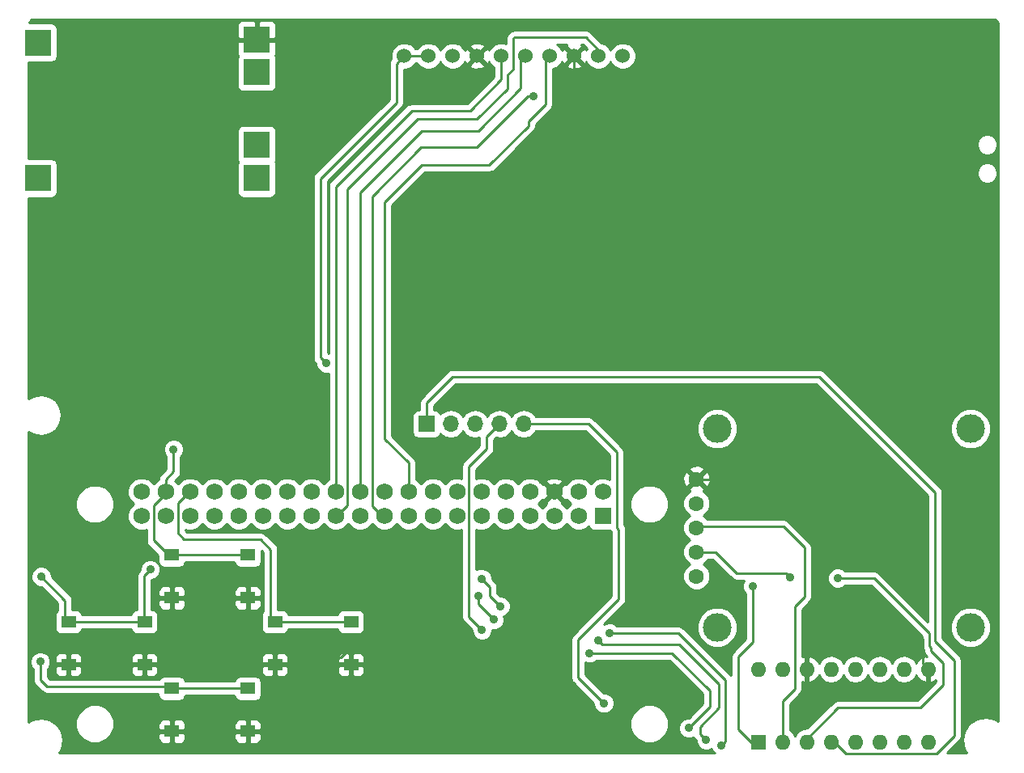
<source format=gtl>
G04 #@! TF.FileFunction,Copper,L1,Top,Signal*
%FSLAX46Y46*%
G04 Gerber Fmt 4.6, Leading zero omitted, Abs format (unit mm)*
G04 Created by KiCad (PCBNEW 4.0.6) date 10/22/17 23:17:58*
%MOMM*%
%LPD*%
G01*
G04 APERTURE LIST*
%ADD10C,0.150000*%
%ADD11C,1.524000*%
%ADD12R,1.727200X1.727200*%
%ADD13C,1.727200*%
%ADD14R,2.800000X2.800000*%
%ADD15R,1.600000X1.600000*%
%ADD16O,1.600000X1.600000*%
%ADD17R,1.700000X1.700000*%
%ADD18O,1.700000X1.700000*%
%ADD19C,3.000000*%
%ADD20C,1.600000*%
%ADD21R,1.550000X1.300000*%
%ADD22C,0.889000*%
%ADD23C,0.254000*%
G04 APERTURE END LIST*
D10*
D11*
X198564500Y-147231100D03*
X201104500Y-147231100D03*
X203644500Y-147231100D03*
X206184500Y-147231100D03*
X208724500Y-147231100D03*
X211264500Y-147231100D03*
X213804500Y-147231100D03*
X216344500Y-147231100D03*
X218884500Y-147231100D03*
X221424500Y-147231100D03*
D12*
X219341880Y-195429420D03*
D13*
X219341880Y-192889420D03*
X216801880Y-195429420D03*
X216801880Y-192889420D03*
X214261880Y-195429420D03*
X214261880Y-192889420D03*
X211721880Y-195429420D03*
X211721880Y-192889420D03*
X209181880Y-195429420D03*
X209181880Y-192889420D03*
X206641880Y-195429420D03*
X206641880Y-192889420D03*
X204101880Y-195429420D03*
X204101880Y-192889420D03*
X201561880Y-195429420D03*
X201561880Y-192889420D03*
X199021880Y-195429420D03*
X199021880Y-192889420D03*
X196481880Y-195429420D03*
X196481880Y-192889420D03*
X193941880Y-195429420D03*
X193941880Y-192889420D03*
X191401880Y-195429420D03*
X191401880Y-192889420D03*
X188861880Y-195429420D03*
X188861880Y-192889420D03*
X186321880Y-195429420D03*
X186321880Y-192889420D03*
X183781880Y-195429420D03*
X183781880Y-192889420D03*
X181241880Y-195429420D03*
X181241880Y-192889420D03*
X178701880Y-195429420D03*
X178701880Y-192889420D03*
X176161880Y-195429420D03*
X176161880Y-192889420D03*
X173621880Y-195429420D03*
X173621880Y-192889420D03*
X171081880Y-195429420D03*
X171081880Y-192889420D03*
D14*
X183151880Y-148929420D03*
X183151880Y-156529420D03*
X183151880Y-145529420D03*
X183151880Y-160029420D03*
X160251880Y-145829420D03*
X160251880Y-160029420D03*
D15*
X235611880Y-219059420D03*
D16*
X253391880Y-211439420D03*
X238151880Y-219059420D03*
X250851880Y-211439420D03*
X240691880Y-219059420D03*
X248311880Y-211439420D03*
X243231880Y-219059420D03*
X245771880Y-211439420D03*
X245771880Y-219059420D03*
X243231880Y-211439420D03*
X248311880Y-219059420D03*
X240691880Y-211439420D03*
X250851880Y-219059420D03*
X238151880Y-211439420D03*
X253391880Y-219059420D03*
X235611880Y-211439420D03*
D17*
X200911880Y-185759420D03*
D18*
X203451880Y-185759420D03*
X205991880Y-185759420D03*
X208531880Y-185759420D03*
X211071880Y-185759420D03*
D19*
X257811880Y-186259420D03*
X257811880Y-207059420D03*
X231311880Y-207059420D03*
X231311880Y-186259420D03*
D20*
X229151880Y-191544420D03*
X229151880Y-194084420D03*
X229151880Y-196624420D03*
X229151880Y-199164420D03*
X229151880Y-201704420D03*
D21*
X174261880Y-199484420D03*
X182211880Y-199484420D03*
X174261880Y-203984420D03*
X182211880Y-203984420D03*
X174261880Y-213454420D03*
X182211880Y-213454420D03*
X174261880Y-217954420D03*
X182211880Y-217954420D03*
X163466880Y-206469420D03*
X171416880Y-206469420D03*
X163466880Y-210969420D03*
X171416880Y-210969420D03*
X185056880Y-206469420D03*
X193006880Y-206469420D03*
X185056880Y-210969420D03*
X193006880Y-210969420D03*
D22*
X190411880Y-179409420D03*
X218961880Y-184809420D03*
X193011880Y-209109420D03*
X214211880Y-176809420D03*
X212111880Y-151459420D03*
X235061880Y-202759420D03*
X243911880Y-201909420D03*
X238911880Y-201809420D03*
X231761880Y-219409420D03*
X220061880Y-207659420D03*
X208611880Y-204859420D03*
X206661880Y-201959420D03*
X230161880Y-218859420D03*
X218861880Y-208409420D03*
X207961880Y-206259420D03*
X206361880Y-203759420D03*
X228311880Y-217609420D03*
X217961880Y-209759420D03*
X206711880Y-207309420D03*
X219461880Y-215009420D03*
X174461880Y-188409420D03*
X160511880Y-210659420D03*
X172011880Y-201009420D03*
X160611880Y-201759420D03*
D23*
X201104500Y-147231100D02*
X198564500Y-147231100D01*
X198564500Y-147231100D02*
X197761880Y-148033720D01*
X197761880Y-148033720D02*
X197761880Y-152109420D01*
X197761880Y-152109420D02*
X189811880Y-160059420D01*
X189811880Y-160059420D02*
X189811880Y-178809420D01*
X189811880Y-178809420D02*
X190411880Y-179409420D01*
X230311880Y-190109420D02*
X233811880Y-190109420D01*
X226311880Y-186109420D02*
X230311880Y-190109420D01*
X220261880Y-186109420D02*
X226311880Y-186109420D01*
X218961880Y-184809420D02*
X220261880Y-186109420D01*
X242736880Y-206684420D02*
X251286880Y-206684420D01*
X252861880Y-208259420D02*
X252861880Y-210909420D01*
X251286880Y-206684420D02*
X252861880Y-208259420D01*
X252861880Y-210909420D02*
X253391880Y-211439420D01*
X229151880Y-191544420D02*
X232376880Y-191544420D01*
X232376880Y-191544420D02*
X233811880Y-190109420D01*
X240691880Y-208729420D02*
X240691880Y-211439420D01*
X242761880Y-206659420D02*
X242736880Y-206684420D01*
X233811880Y-190109420D02*
X240211880Y-190109420D01*
X240211880Y-190109420D02*
X242761880Y-192659420D01*
X242761880Y-192659420D02*
X242761880Y-206659420D01*
X242736880Y-206684420D02*
X240691880Y-208729420D01*
X191811880Y-210209420D02*
X191051880Y-210969420D01*
X191911880Y-210209420D02*
X191811880Y-210209420D01*
X193011880Y-209109420D02*
X191911880Y-210209420D01*
X216344500Y-149376800D02*
X216344500Y-147231100D01*
X214611880Y-151109420D02*
X216344500Y-149376800D01*
X214611880Y-176409420D02*
X214611880Y-151109420D01*
X214211880Y-176809420D02*
X214611880Y-176409420D01*
X182211880Y-217954420D02*
X186116880Y-217954420D01*
X189411880Y-211459420D02*
X189901880Y-210969420D01*
X189411880Y-214659420D02*
X189411880Y-211459420D01*
X186116880Y-217954420D02*
X189411880Y-214659420D01*
X174261880Y-217954420D02*
X182211880Y-217954420D01*
X171416880Y-210969420D02*
X163466880Y-210969420D01*
X171416880Y-210969420D02*
X173401880Y-210969420D01*
X174711880Y-209659420D02*
X182211880Y-209659420D01*
X173401880Y-210969420D02*
X174711880Y-209659420D01*
X185056880Y-210969420D02*
X189901880Y-210969420D01*
X189901880Y-210969420D02*
X191051880Y-210969420D01*
X191051880Y-210969420D02*
X193006880Y-210969420D01*
X182211880Y-203984420D02*
X182211880Y-209659420D01*
X182211880Y-209659420D02*
X182211880Y-209824420D01*
X183356880Y-210969420D02*
X185056880Y-210969420D01*
X182211880Y-209824420D02*
X183356880Y-210969420D01*
X174261880Y-203984420D02*
X182211880Y-203984420D01*
X191401880Y-192889420D02*
X191401880Y-160919420D01*
X208724500Y-149696800D02*
X208724500Y-147231100D01*
X205461880Y-152959420D02*
X208724500Y-149696800D01*
X199361880Y-152959420D02*
X205461880Y-152959420D01*
X191401880Y-160919420D02*
X199361880Y-152959420D01*
X193941880Y-192889420D02*
X193941880Y-161529420D01*
X210761880Y-150609420D02*
X210761880Y-147733720D01*
X206311880Y-155059420D02*
X210761880Y-150609420D01*
X200411880Y-155059420D02*
X206311880Y-155059420D01*
X193941880Y-161529420D02*
X200411880Y-155059420D01*
X210761880Y-147733720D02*
X211264500Y-147231100D01*
X199021880Y-192889420D02*
X199021880Y-189819420D01*
X213361880Y-152309420D02*
X213361880Y-147673720D01*
X211561880Y-154109420D02*
X213361880Y-152309420D01*
X211561880Y-154559420D02*
X211561880Y-154109420D01*
X207461880Y-158659420D02*
X211561880Y-154559420D01*
X200411880Y-158659420D02*
X207461880Y-158659420D01*
X196511880Y-162559420D02*
X200411880Y-158659420D01*
X196511880Y-187309420D02*
X196511880Y-162559420D01*
X199021880Y-189819420D02*
X196511880Y-187309420D01*
X213361880Y-147673720D02*
X213804500Y-147231100D01*
X191401880Y-195429420D02*
X191491880Y-195429420D01*
X191491880Y-195429420D02*
X192661880Y-194259420D01*
X192661880Y-194259420D02*
X192661880Y-161159420D01*
X192661880Y-161159420D02*
X199961880Y-153859420D01*
X199961880Y-153859420D02*
X206161880Y-153859420D01*
X206161880Y-153859420D02*
X209361880Y-150659420D01*
X209361880Y-150659420D02*
X209361880Y-149209420D01*
X209361880Y-149209420D02*
X210011880Y-148559420D01*
X210011880Y-148559420D02*
X210011880Y-145359420D01*
X210011880Y-145359420D02*
X210111880Y-145259420D01*
X210111880Y-145259420D02*
X217561880Y-145259420D01*
X217561880Y-145259420D02*
X218884500Y-146582040D01*
X218884500Y-146582040D02*
X218884500Y-147231100D01*
X196481880Y-195429420D02*
X196231880Y-195429420D01*
X196231880Y-195429420D02*
X195211880Y-194409420D01*
X195211880Y-194409420D02*
X195211880Y-161959420D01*
X195211880Y-161959420D02*
X200361880Y-156809420D01*
X200361880Y-156809420D02*
X206161880Y-156809420D01*
X206161880Y-156809420D02*
X211511880Y-151459420D01*
X211511880Y-151459420D02*
X212111880Y-151459420D01*
X235611880Y-219059420D02*
X234861880Y-219059420D01*
X234861880Y-219059420D02*
X233511880Y-217709420D01*
X233511880Y-217709420D02*
X233511880Y-210159420D01*
X233511880Y-210159420D02*
X235061880Y-208609420D01*
X235061880Y-208609420D02*
X235061880Y-202759420D01*
X238151880Y-219059420D02*
X238151880Y-214769420D01*
X238261880Y-196509420D02*
X229266880Y-196509420D01*
X240461880Y-198709420D02*
X238261880Y-196509420D01*
X240461880Y-203859420D02*
X240461880Y-198709420D01*
X239411880Y-204909420D02*
X240461880Y-203859420D01*
X239411880Y-213509420D02*
X239411880Y-204909420D01*
X238151880Y-214769420D02*
X239411880Y-213509420D01*
X229266880Y-196509420D02*
X229151880Y-196624420D01*
X240691880Y-219059420D02*
X240691880Y-218729420D01*
X240691880Y-218729420D02*
X243961880Y-215459420D01*
X243961880Y-215459420D02*
X252561880Y-215459420D01*
X252561880Y-215459420D02*
X254961880Y-213059420D01*
X254961880Y-213059420D02*
X254961880Y-210809420D01*
X254961880Y-210809420D02*
X253661880Y-209509420D01*
X253661880Y-209509420D02*
X253661880Y-209159420D01*
X253661880Y-209159420D02*
X253511880Y-209009420D01*
X253511880Y-209009420D02*
X253511880Y-207709420D01*
X253511880Y-207709420D02*
X247711880Y-201909420D01*
X247711880Y-201909420D02*
X243911880Y-201909420D01*
X238911880Y-201809420D02*
X238511880Y-201409420D01*
X238511880Y-201409420D02*
X233361880Y-201409420D01*
X233361880Y-201409420D02*
X231116880Y-199164420D01*
X231116880Y-199164420D02*
X229151880Y-199164420D01*
X243231880Y-219059420D02*
X243611880Y-219059420D01*
X243611880Y-219059420D02*
X244811880Y-220259420D01*
X244811880Y-220259420D02*
X254261880Y-220259420D01*
X254261880Y-220259420D02*
X256111880Y-218409420D01*
X256111880Y-218409420D02*
X256111880Y-210509420D01*
X256111880Y-210509420D02*
X254111880Y-208509420D01*
X254111880Y-208509420D02*
X254111880Y-192959420D01*
X254111880Y-192959420D02*
X241961880Y-180809420D01*
X241961880Y-180809420D02*
X203661880Y-180809420D01*
X203661880Y-180809420D02*
X200911880Y-183559420D01*
X200911880Y-183559420D02*
X200911880Y-185759420D01*
X231761880Y-219409420D02*
X232161880Y-219009420D01*
X232161880Y-219009420D02*
X232161880Y-212559420D01*
X232161880Y-212559420D02*
X227261880Y-207659420D01*
X227261880Y-207659420D02*
X220061880Y-207659420D01*
X208611880Y-204859420D02*
X207561880Y-203809420D01*
X207561880Y-203809420D02*
X207561880Y-202859420D01*
X207561880Y-202859420D02*
X206661880Y-201959420D01*
X230161880Y-218859420D02*
X229511880Y-218209420D01*
X229511880Y-218209420D02*
X229511880Y-217459420D01*
X229511880Y-217459420D02*
X231511880Y-215459420D01*
X231511880Y-215459420D02*
X231511880Y-213009420D01*
X231511880Y-213009420D02*
X227361880Y-208859420D01*
X227361880Y-208859420D02*
X219311880Y-208859420D01*
X219311880Y-208859420D02*
X218861880Y-208409420D01*
X207961880Y-206259420D02*
X206361880Y-204659420D01*
X206361880Y-204659420D02*
X206361880Y-203759420D01*
X228311880Y-217609420D02*
X230561880Y-215359420D01*
X230561880Y-215359420D02*
X230561880Y-213709420D01*
X230561880Y-213709420D02*
X226611880Y-209759420D01*
X226611880Y-209759420D02*
X217961880Y-209759420D01*
X206711880Y-207309420D02*
X205361880Y-205959420D01*
X205361880Y-205959420D02*
X205361880Y-190209420D01*
X205361880Y-190209420D02*
X207211880Y-188359420D01*
X207211880Y-188359420D02*
X207211880Y-187079420D01*
X207211880Y-187079420D02*
X208531880Y-185759420D01*
X217861880Y-185759420D02*
X211071880Y-185759420D01*
X220811880Y-188709420D02*
X217861880Y-185759420D01*
X220811880Y-196659420D02*
X220811880Y-188709420D01*
X221011880Y-196859420D02*
X220811880Y-196659420D01*
X221011880Y-204109420D02*
X221011880Y-196859420D01*
X216761880Y-208359420D02*
X221011880Y-204109420D01*
X216761880Y-212309420D02*
X216761880Y-208359420D01*
X219461880Y-215009420D02*
X216761880Y-212309420D01*
X173621880Y-192889420D02*
X173621880Y-191599420D01*
X174461880Y-190759420D02*
X174461880Y-188409420D01*
X173621880Y-191599420D02*
X174461880Y-190759420D01*
X174261880Y-199484420D02*
X173886880Y-199484420D01*
X173886880Y-199484420D02*
X172361880Y-197959420D01*
X172361880Y-194259420D02*
X173621880Y-192999420D01*
X172361880Y-197959420D02*
X172361880Y-194259420D01*
X173621880Y-192999420D02*
X173621880Y-192889420D01*
X174261880Y-199484420D02*
X182211880Y-199484420D01*
X182211880Y-213454420D02*
X174261880Y-213454420D01*
X174261880Y-213454420D02*
X174066880Y-213259420D01*
X174066880Y-213259420D02*
X161211880Y-213259420D01*
X161211880Y-213259420D02*
X160511880Y-212559420D01*
X160511880Y-212559420D02*
X160511880Y-210659420D01*
X172011880Y-201009420D02*
X171361880Y-201659420D01*
X171361880Y-201659420D02*
X171361880Y-206414420D01*
X171361880Y-206414420D02*
X171416880Y-206469420D01*
X171416880Y-206469420D02*
X163466880Y-206469420D01*
X163466880Y-206469420D02*
X163111880Y-206114420D01*
X163111880Y-206114420D02*
X163111880Y-204259420D01*
X163111880Y-204259420D02*
X160611880Y-201759420D01*
X193006880Y-206469420D02*
X185056880Y-206469420D01*
X185056880Y-206469420D02*
X184611880Y-206024420D01*
X184611880Y-206024420D02*
X184611880Y-198909420D01*
X184611880Y-198909420D02*
X183561880Y-197859420D01*
X183561880Y-197859420D02*
X175561880Y-197859420D01*
X175561880Y-197859420D02*
X174911880Y-197209420D01*
X174911880Y-197209420D02*
X174911880Y-194059420D01*
X174911880Y-194059420D02*
X176081880Y-192889420D01*
X176081880Y-192889420D02*
X176161880Y-192889420D01*
G36*
X260360859Y-143444898D02*
X260538025Y-143563276D01*
X260656401Y-143740439D01*
X260711880Y-144019351D01*
X260711880Y-216915382D01*
X260313633Y-216649282D01*
X259389880Y-216465536D01*
X258466127Y-216649282D01*
X257683006Y-217172546D01*
X257159742Y-217955667D01*
X256975996Y-218879420D01*
X257159742Y-219803173D01*
X257425842Y-220201420D01*
X255397510Y-220201420D01*
X256650695Y-218948235D01*
X256815876Y-218701025D01*
X256820571Y-218677420D01*
X256873880Y-218409420D01*
X256873880Y-210509420D01*
X256815876Y-210217815D01*
X256650695Y-209970605D01*
X254873880Y-208193790D01*
X254873880Y-207482235D01*
X255676510Y-207482235D01*
X256000860Y-208267220D01*
X256600921Y-208868329D01*
X257385339Y-209194048D01*
X258234695Y-209194790D01*
X259019680Y-208870440D01*
X259620789Y-208270379D01*
X259946508Y-207485961D01*
X259947250Y-206636605D01*
X259622900Y-205851620D01*
X259022839Y-205250511D01*
X258238421Y-204924792D01*
X257389065Y-204924050D01*
X256604080Y-205248400D01*
X256002971Y-205848461D01*
X255677252Y-206632879D01*
X255676510Y-207482235D01*
X254873880Y-207482235D01*
X254873880Y-192959420D01*
X254815876Y-192667815D01*
X254738601Y-192552165D01*
X254650696Y-192420605D01*
X248912326Y-186682235D01*
X255676510Y-186682235D01*
X256000860Y-187467220D01*
X256600921Y-188068329D01*
X257385339Y-188394048D01*
X258234695Y-188394790D01*
X259019680Y-188070440D01*
X259620789Y-187470379D01*
X259946508Y-186685961D01*
X259947250Y-185836605D01*
X259622900Y-185051620D01*
X259022839Y-184450511D01*
X258238421Y-184124792D01*
X257389065Y-184124050D01*
X256604080Y-184448400D01*
X256002971Y-185048461D01*
X255677252Y-185832879D01*
X255676510Y-186682235D01*
X248912326Y-186682235D01*
X242500695Y-180270605D01*
X242352253Y-180171419D01*
X242253485Y-180105424D01*
X241961880Y-180047420D01*
X203661880Y-180047420D01*
X203370275Y-180105424D01*
X203123064Y-180270605D01*
X200373065Y-183020605D01*
X200207884Y-183267815D01*
X200149880Y-183559420D01*
X200149880Y-184261980D01*
X200061880Y-184261980D01*
X199826563Y-184306258D01*
X199610439Y-184445330D01*
X199465449Y-184657530D01*
X199414440Y-184909420D01*
X199414440Y-186609420D01*
X199458718Y-186844737D01*
X199597790Y-187060861D01*
X199809990Y-187205851D01*
X200061880Y-187256860D01*
X201761880Y-187256860D01*
X201997197Y-187212582D01*
X202213321Y-187073510D01*
X202358311Y-186861310D01*
X202371966Y-186793879D01*
X202401826Y-186838567D01*
X202883595Y-187160474D01*
X203451880Y-187273513D01*
X204020165Y-187160474D01*
X204501934Y-186838567D01*
X204721880Y-186509394D01*
X204941826Y-186838567D01*
X205423595Y-187160474D01*
X205991880Y-187273513D01*
X206449880Y-187182411D01*
X206449880Y-188043790D01*
X204823065Y-189670605D01*
X204657884Y-189917815D01*
X204599880Y-190209420D01*
X204599880Y-191473548D01*
X204401278Y-191391081D01*
X203805098Y-191390561D01*
X203254100Y-191618228D01*
X202832170Y-192039423D01*
X202831785Y-192040351D01*
X202411877Y-191619710D01*
X201861278Y-191391081D01*
X201265098Y-191390561D01*
X200714100Y-191618228D01*
X200292170Y-192039423D01*
X200291785Y-192040351D01*
X199871877Y-191619710D01*
X199783880Y-191583170D01*
X199783880Y-189819420D01*
X199725876Y-189527815D01*
X199560695Y-189280605D01*
X197273880Y-186993790D01*
X197273880Y-162875050D01*
X200424637Y-159724293D01*
X258456692Y-159724293D01*
X258621526Y-160123220D01*
X258926475Y-160428702D01*
X259325113Y-160594231D01*
X259756753Y-160594608D01*
X260155680Y-160429774D01*
X260461162Y-160124825D01*
X260626691Y-159726187D01*
X260627068Y-159294547D01*
X260462234Y-158895620D01*
X260157285Y-158590138D01*
X259758647Y-158424609D01*
X259327007Y-158424232D01*
X258928080Y-158589066D01*
X258622598Y-158894015D01*
X258457069Y-159292653D01*
X258456692Y-159724293D01*
X200424637Y-159724293D01*
X200727510Y-159421420D01*
X207461880Y-159421420D01*
X207753485Y-159363416D01*
X208000695Y-159198235D01*
X210474637Y-156724293D01*
X258456692Y-156724293D01*
X258621526Y-157123220D01*
X258926475Y-157428702D01*
X259325113Y-157594231D01*
X259756753Y-157594608D01*
X260155680Y-157429774D01*
X260461162Y-157124825D01*
X260626691Y-156726187D01*
X260627068Y-156294547D01*
X260462234Y-155895620D01*
X260157285Y-155590138D01*
X259758647Y-155424609D01*
X259327007Y-155424232D01*
X258928080Y-155589066D01*
X258622598Y-155894015D01*
X258457069Y-156292653D01*
X258456692Y-156724293D01*
X210474637Y-156724293D01*
X212100696Y-155098235D01*
X212237092Y-154894103D01*
X212265876Y-154851025D01*
X212323880Y-154559420D01*
X212323880Y-154425050D01*
X213900695Y-152848236D01*
X214065876Y-152601025D01*
X214078192Y-152539107D01*
X214123880Y-152309420D01*
X214123880Y-148610691D01*
X214594803Y-148416110D01*
X214799957Y-148211313D01*
X215543892Y-148211313D01*
X215613357Y-148453497D01*
X216136802Y-148640244D01*
X216691868Y-148612462D01*
X217075643Y-148453497D01*
X217145108Y-148211313D01*
X216344500Y-147410705D01*
X215543892Y-148211313D01*
X214799957Y-148211313D01*
X214988129Y-148023470D01*
X215067895Y-147831373D01*
X215122103Y-147962243D01*
X215364287Y-148031708D01*
X216164895Y-147231100D01*
X215364287Y-146430492D01*
X215122103Y-146499957D01*
X215071991Y-146640418D01*
X214989510Y-146440797D01*
X214596870Y-146047471D01*
X214534132Y-146021420D01*
X215609709Y-146021420D01*
X215543892Y-146250887D01*
X216344500Y-147051495D01*
X217145108Y-146250887D01*
X217079291Y-146021420D01*
X217246250Y-146021420D01*
X217689924Y-146465094D01*
X217621105Y-146630827D01*
X217566897Y-146499957D01*
X217324713Y-146430492D01*
X216524105Y-147231100D01*
X217324713Y-148031708D01*
X217566897Y-147962243D01*
X217617009Y-147821782D01*
X217699490Y-148021403D01*
X218092130Y-148414729D01*
X218605400Y-148627857D01*
X219161161Y-148628342D01*
X219674803Y-148416110D01*
X220068129Y-148023470D01*
X220154449Y-147815588D01*
X220239490Y-148021403D01*
X220632130Y-148414729D01*
X221145400Y-148627857D01*
X221701161Y-148628342D01*
X222214803Y-148416110D01*
X222608129Y-148023470D01*
X222821257Y-147510200D01*
X222821742Y-146954439D01*
X222609510Y-146440797D01*
X222216870Y-146047471D01*
X221703600Y-145834343D01*
X221147839Y-145833858D01*
X220634197Y-146046090D01*
X220240871Y-146438730D01*
X220154551Y-146646612D01*
X220069510Y-146440797D01*
X219676870Y-146047471D01*
X219250529Y-145870439D01*
X218100695Y-144720605D01*
X218003145Y-144655424D01*
X217853485Y-144555424D01*
X217561880Y-144497420D01*
X210111880Y-144497420D01*
X209820275Y-144555424D01*
X209573064Y-144720605D01*
X209473065Y-144820605D01*
X209307884Y-145067815D01*
X209249880Y-145359420D01*
X209249880Y-145936607D01*
X209003600Y-145834343D01*
X208447839Y-145833858D01*
X207934197Y-146046090D01*
X207540871Y-146438730D01*
X207461105Y-146630827D01*
X207406897Y-146499957D01*
X207164713Y-146430492D01*
X206364105Y-147231100D01*
X207164713Y-148031708D01*
X207406897Y-147962243D01*
X207457009Y-147821782D01*
X207539490Y-148021403D01*
X207932130Y-148414729D01*
X207962500Y-148427340D01*
X207962500Y-149381169D01*
X205146250Y-152197420D01*
X199361880Y-152197420D01*
X199070275Y-152255424D01*
X198823065Y-152420605D01*
X190863065Y-160380605D01*
X190697884Y-160627815D01*
X190639880Y-160919420D01*
X190639880Y-178335228D01*
X190627548Y-178330107D01*
X190573880Y-178330060D01*
X190573880Y-160375050D01*
X198300695Y-152648235D01*
X198373862Y-152538733D01*
X198465876Y-152401025D01*
X198523880Y-152109420D01*
X198523880Y-148628065D01*
X198841161Y-148628342D01*
X199354803Y-148416110D01*
X199748129Y-148023470D01*
X199760740Y-147993100D01*
X199907795Y-147993100D01*
X199919490Y-148021403D01*
X200312130Y-148414729D01*
X200825400Y-148627857D01*
X201381161Y-148628342D01*
X201894803Y-148416110D01*
X202288129Y-148023470D01*
X202374449Y-147815588D01*
X202459490Y-148021403D01*
X202852130Y-148414729D01*
X203365400Y-148627857D01*
X203921161Y-148628342D01*
X204434803Y-148416110D01*
X204639957Y-148211313D01*
X205383892Y-148211313D01*
X205453357Y-148453497D01*
X205976802Y-148640244D01*
X206531868Y-148612462D01*
X206915643Y-148453497D01*
X206985108Y-148211313D01*
X206184500Y-147410705D01*
X205383892Y-148211313D01*
X204639957Y-148211313D01*
X204828129Y-148023470D01*
X204907895Y-147831373D01*
X204962103Y-147962243D01*
X205204287Y-148031708D01*
X206004895Y-147231100D01*
X205204287Y-146430492D01*
X204962103Y-146499957D01*
X204911991Y-146640418D01*
X204829510Y-146440797D01*
X204639932Y-146250887D01*
X205383892Y-146250887D01*
X206184500Y-147051495D01*
X206985108Y-146250887D01*
X206915643Y-146008703D01*
X206392198Y-145821956D01*
X205837132Y-145849738D01*
X205453357Y-146008703D01*
X205383892Y-146250887D01*
X204639932Y-146250887D01*
X204436870Y-146047471D01*
X203923600Y-145834343D01*
X203367839Y-145833858D01*
X202854197Y-146046090D01*
X202460871Y-146438730D01*
X202374551Y-146646612D01*
X202289510Y-146440797D01*
X201896870Y-146047471D01*
X201383600Y-145834343D01*
X200827839Y-145833858D01*
X200314197Y-146046090D01*
X199920871Y-146438730D01*
X199908260Y-146469100D01*
X199761205Y-146469100D01*
X199749510Y-146440797D01*
X199356870Y-146047471D01*
X198843600Y-145834343D01*
X198287839Y-145833858D01*
X197774197Y-146046090D01*
X197380871Y-146438730D01*
X197167743Y-146952000D01*
X197167258Y-147507761D01*
X197185299Y-147551425D01*
X197057884Y-147742115D01*
X196999880Y-148033720D01*
X196999880Y-151793790D01*
X189273065Y-159520605D01*
X189107884Y-159767815D01*
X189049880Y-160059420D01*
X189049880Y-178809420D01*
X189107884Y-179101025D01*
X189273065Y-179348235D01*
X189332381Y-179407551D01*
X189332193Y-179623204D01*
X189496191Y-180020109D01*
X189799594Y-180324042D01*
X190196212Y-180488733D01*
X190625664Y-180489107D01*
X190639880Y-180483233D01*
X190639880Y-191582785D01*
X190554100Y-191618228D01*
X190132170Y-192039423D01*
X190131785Y-192040351D01*
X189711877Y-191619710D01*
X189161278Y-191391081D01*
X188565098Y-191390561D01*
X188014100Y-191618228D01*
X187592170Y-192039423D01*
X187591785Y-192040351D01*
X187171877Y-191619710D01*
X186621278Y-191391081D01*
X186025098Y-191390561D01*
X185474100Y-191618228D01*
X185052170Y-192039423D01*
X185051785Y-192040351D01*
X184631877Y-191619710D01*
X184081278Y-191391081D01*
X183485098Y-191390561D01*
X182934100Y-191618228D01*
X182512170Y-192039423D01*
X182511785Y-192040351D01*
X182091877Y-191619710D01*
X181541278Y-191391081D01*
X180945098Y-191390561D01*
X180394100Y-191618228D01*
X179972170Y-192039423D01*
X179971785Y-192040351D01*
X179551877Y-191619710D01*
X179001278Y-191391081D01*
X178405098Y-191390561D01*
X177854100Y-191618228D01*
X177432170Y-192039423D01*
X177431785Y-192040351D01*
X177011877Y-191619710D01*
X176461278Y-191391081D01*
X175865098Y-191390561D01*
X175314100Y-191618228D01*
X174892170Y-192039423D01*
X174891785Y-192040351D01*
X174575458Y-191723472D01*
X175000695Y-191298236D01*
X175165876Y-191051025D01*
X175223880Y-190759420D01*
X175223880Y-189174062D01*
X175376502Y-189021706D01*
X175541193Y-188625088D01*
X175541567Y-188195636D01*
X175377569Y-187798731D01*
X175074166Y-187494798D01*
X174677548Y-187330107D01*
X174248096Y-187329733D01*
X173851191Y-187493731D01*
X173547258Y-187797134D01*
X173382567Y-188193752D01*
X173382193Y-188623204D01*
X173546191Y-189020109D01*
X173699880Y-189174066D01*
X173699880Y-190443789D01*
X173083065Y-191060605D01*
X172917884Y-191307815D01*
X172863485Y-191581295D01*
X172774100Y-191618228D01*
X172352170Y-192039423D01*
X172351785Y-192040351D01*
X171931877Y-191619710D01*
X171381278Y-191391081D01*
X170785098Y-191390561D01*
X170234100Y-191618228D01*
X169812170Y-192039423D01*
X169583541Y-192590022D01*
X169583021Y-193186202D01*
X169810688Y-193737200D01*
X170231883Y-194159130D01*
X170232811Y-194159515D01*
X169812170Y-194579423D01*
X169583541Y-195130022D01*
X169583021Y-195726202D01*
X169810688Y-196277200D01*
X170231883Y-196699130D01*
X170782482Y-196927759D01*
X171378662Y-196928279D01*
X171599880Y-196836874D01*
X171599880Y-197959420D01*
X171657884Y-198251025D01*
X171823065Y-198498235D01*
X172839440Y-199514611D01*
X172839440Y-200134420D01*
X172880255Y-200351335D01*
X172624166Y-200094798D01*
X172227548Y-199930107D01*
X171798096Y-199929733D01*
X171401191Y-200093731D01*
X171097258Y-200397134D01*
X170932567Y-200793752D01*
X170932378Y-201011292D01*
X170823065Y-201120605D01*
X170657884Y-201367815D01*
X170599880Y-201659420D01*
X170599880Y-205179883D01*
X170406563Y-205216258D01*
X170190439Y-205355330D01*
X170045449Y-205567530D01*
X170017121Y-205707420D01*
X164868246Y-205707420D01*
X164845042Y-205584103D01*
X164705970Y-205367979D01*
X164493770Y-205222989D01*
X164241880Y-205171980D01*
X163873880Y-205171980D01*
X163873880Y-204259420D01*
X163815876Y-203967815D01*
X163650695Y-203720605D01*
X161691379Y-201761289D01*
X161691567Y-201545636D01*
X161527569Y-201148731D01*
X161224166Y-200844798D01*
X160827548Y-200680107D01*
X160398096Y-200679733D01*
X160001191Y-200843731D01*
X159697258Y-201147134D01*
X159532567Y-201543752D01*
X159532193Y-201973204D01*
X159696191Y-202370109D01*
X159999594Y-202674042D01*
X160396212Y-202838733D01*
X160613752Y-202838922D01*
X162349880Y-204575050D01*
X162349880Y-205284907D01*
X162240439Y-205355330D01*
X162095449Y-205567530D01*
X162044440Y-205819420D01*
X162044440Y-207119420D01*
X162088718Y-207354737D01*
X162227790Y-207570861D01*
X162439990Y-207715851D01*
X162691880Y-207766860D01*
X164241880Y-207766860D01*
X164477197Y-207722582D01*
X164693321Y-207583510D01*
X164838311Y-207371310D01*
X164866639Y-207231420D01*
X170015514Y-207231420D01*
X170038718Y-207354737D01*
X170177790Y-207570861D01*
X170389990Y-207715851D01*
X170641880Y-207766860D01*
X172191880Y-207766860D01*
X172427197Y-207722582D01*
X172643321Y-207583510D01*
X172788311Y-207371310D01*
X172839320Y-207119420D01*
X172839320Y-205819420D01*
X172795042Y-205584103D01*
X172655970Y-205367979D01*
X172443770Y-205222989D01*
X172191880Y-205171980D01*
X172123880Y-205171980D01*
X172123880Y-204270170D01*
X172851880Y-204270170D01*
X172851880Y-204760730D01*
X172948553Y-204994119D01*
X173127182Y-205172747D01*
X173360571Y-205269420D01*
X173976130Y-205269420D01*
X174134880Y-205110670D01*
X174134880Y-204111420D01*
X174388880Y-204111420D01*
X174388880Y-205110670D01*
X174547630Y-205269420D01*
X175163189Y-205269420D01*
X175396578Y-205172747D01*
X175575207Y-204994119D01*
X175671880Y-204760730D01*
X175671880Y-204270170D01*
X180801880Y-204270170D01*
X180801880Y-204760730D01*
X180898553Y-204994119D01*
X181077182Y-205172747D01*
X181310571Y-205269420D01*
X181926130Y-205269420D01*
X182084880Y-205110670D01*
X182084880Y-204111420D01*
X182338880Y-204111420D01*
X182338880Y-205110670D01*
X182497630Y-205269420D01*
X183113189Y-205269420D01*
X183346578Y-205172747D01*
X183525207Y-204994119D01*
X183621880Y-204760730D01*
X183621880Y-204270170D01*
X183463130Y-204111420D01*
X182338880Y-204111420D01*
X182084880Y-204111420D01*
X180960630Y-204111420D01*
X180801880Y-204270170D01*
X175671880Y-204270170D01*
X175513130Y-204111420D01*
X174388880Y-204111420D01*
X174134880Y-204111420D01*
X173010630Y-204111420D01*
X172851880Y-204270170D01*
X172123880Y-204270170D01*
X172123880Y-203208110D01*
X172851880Y-203208110D01*
X172851880Y-203698670D01*
X173010630Y-203857420D01*
X174134880Y-203857420D01*
X174134880Y-202858170D01*
X174388880Y-202858170D01*
X174388880Y-203857420D01*
X175513130Y-203857420D01*
X175671880Y-203698670D01*
X175671880Y-203208110D01*
X180801880Y-203208110D01*
X180801880Y-203698670D01*
X180960630Y-203857420D01*
X182084880Y-203857420D01*
X182084880Y-202858170D01*
X182338880Y-202858170D01*
X182338880Y-203857420D01*
X183463130Y-203857420D01*
X183621880Y-203698670D01*
X183621880Y-203208110D01*
X183525207Y-202974721D01*
X183346578Y-202796093D01*
X183113189Y-202699420D01*
X182497630Y-202699420D01*
X182338880Y-202858170D01*
X182084880Y-202858170D01*
X181926130Y-202699420D01*
X181310571Y-202699420D01*
X181077182Y-202796093D01*
X180898553Y-202974721D01*
X180801880Y-203208110D01*
X175671880Y-203208110D01*
X175575207Y-202974721D01*
X175396578Y-202796093D01*
X175163189Y-202699420D01*
X174547630Y-202699420D01*
X174388880Y-202858170D01*
X174134880Y-202858170D01*
X173976130Y-202699420D01*
X173360571Y-202699420D01*
X173127182Y-202796093D01*
X172948553Y-202974721D01*
X172851880Y-203208110D01*
X172123880Y-203208110D01*
X172123880Y-202089018D01*
X172225664Y-202089107D01*
X172622569Y-201925109D01*
X172926502Y-201621706D01*
X173091193Y-201225088D01*
X173091567Y-200795636D01*
X172972772Y-200508131D01*
X173022790Y-200585861D01*
X173234990Y-200730851D01*
X173486880Y-200781860D01*
X175036880Y-200781860D01*
X175272197Y-200737582D01*
X175488321Y-200598510D01*
X175633311Y-200386310D01*
X175661639Y-200246420D01*
X180810514Y-200246420D01*
X180833718Y-200369737D01*
X180972790Y-200585861D01*
X181184990Y-200730851D01*
X181436880Y-200781860D01*
X182986880Y-200781860D01*
X183222197Y-200737582D01*
X183438321Y-200598510D01*
X183583311Y-200386310D01*
X183634320Y-200134420D01*
X183634320Y-199009491D01*
X183849880Y-199225051D01*
X183849880Y-205342820D01*
X183830439Y-205355330D01*
X183685449Y-205567530D01*
X183634440Y-205819420D01*
X183634440Y-207119420D01*
X183678718Y-207354737D01*
X183817790Y-207570861D01*
X184029990Y-207715851D01*
X184281880Y-207766860D01*
X185831880Y-207766860D01*
X186067197Y-207722582D01*
X186283321Y-207583510D01*
X186428311Y-207371310D01*
X186456639Y-207231420D01*
X191605514Y-207231420D01*
X191628718Y-207354737D01*
X191767790Y-207570861D01*
X191979990Y-207715851D01*
X192231880Y-207766860D01*
X193781880Y-207766860D01*
X194017197Y-207722582D01*
X194233321Y-207583510D01*
X194378311Y-207371310D01*
X194429320Y-207119420D01*
X194429320Y-205819420D01*
X194385042Y-205584103D01*
X194245970Y-205367979D01*
X194033770Y-205222989D01*
X193781880Y-205171980D01*
X192231880Y-205171980D01*
X191996563Y-205216258D01*
X191780439Y-205355330D01*
X191635449Y-205567530D01*
X191607121Y-205707420D01*
X186458246Y-205707420D01*
X186435042Y-205584103D01*
X186295970Y-205367979D01*
X186083770Y-205222989D01*
X185831880Y-205171980D01*
X185373880Y-205171980D01*
X185373880Y-198909420D01*
X185315876Y-198617815D01*
X185235975Y-198498235D01*
X185150695Y-198370604D01*
X184100695Y-197320605D01*
X183853485Y-197155424D01*
X183561880Y-197097420D01*
X175877510Y-197097420D01*
X175673880Y-196893790D01*
X175673880Y-196849444D01*
X175862482Y-196927759D01*
X176458662Y-196928279D01*
X177009660Y-196700612D01*
X177431590Y-196279417D01*
X177431975Y-196278489D01*
X177851883Y-196699130D01*
X178402482Y-196927759D01*
X178998662Y-196928279D01*
X179549660Y-196700612D01*
X179971590Y-196279417D01*
X179971975Y-196278489D01*
X180391883Y-196699130D01*
X180942482Y-196927759D01*
X181538662Y-196928279D01*
X182089660Y-196700612D01*
X182511590Y-196279417D01*
X182511975Y-196278489D01*
X182931883Y-196699130D01*
X183482482Y-196927759D01*
X184078662Y-196928279D01*
X184629660Y-196700612D01*
X185051590Y-196279417D01*
X185051975Y-196278489D01*
X185471883Y-196699130D01*
X186022482Y-196927759D01*
X186618662Y-196928279D01*
X187169660Y-196700612D01*
X187591590Y-196279417D01*
X187591975Y-196278489D01*
X188011883Y-196699130D01*
X188562482Y-196927759D01*
X189158662Y-196928279D01*
X189709660Y-196700612D01*
X190131590Y-196279417D01*
X190131975Y-196278489D01*
X190551883Y-196699130D01*
X191102482Y-196927759D01*
X191698662Y-196928279D01*
X192249660Y-196700612D01*
X192671590Y-196279417D01*
X192671975Y-196278489D01*
X193091883Y-196699130D01*
X193642482Y-196927759D01*
X194238662Y-196928279D01*
X194789660Y-196700612D01*
X195211590Y-196279417D01*
X195211975Y-196278489D01*
X195631883Y-196699130D01*
X196182482Y-196927759D01*
X196778662Y-196928279D01*
X197329660Y-196700612D01*
X197751590Y-196279417D01*
X197751975Y-196278489D01*
X198171883Y-196699130D01*
X198722482Y-196927759D01*
X199318662Y-196928279D01*
X199869660Y-196700612D01*
X200291590Y-196279417D01*
X200291975Y-196278489D01*
X200711883Y-196699130D01*
X201262482Y-196927759D01*
X201858662Y-196928279D01*
X202409660Y-196700612D01*
X202831590Y-196279417D01*
X202831975Y-196278489D01*
X203251883Y-196699130D01*
X203802482Y-196927759D01*
X204398662Y-196928279D01*
X204599880Y-196845138D01*
X204599880Y-205959420D01*
X204657884Y-206251025D01*
X204803811Y-206469420D01*
X204823065Y-206498235D01*
X205632381Y-207307551D01*
X205632193Y-207523204D01*
X205796191Y-207920109D01*
X206099594Y-208224042D01*
X206496212Y-208388733D01*
X206925664Y-208389107D01*
X207322569Y-208225109D01*
X207626502Y-207921706D01*
X207791193Y-207525088D01*
X207791355Y-207338772D01*
X208175664Y-207339107D01*
X208572569Y-207175109D01*
X208876502Y-206871706D01*
X209041193Y-206475088D01*
X209041567Y-206045636D01*
X208972484Y-205878442D01*
X209222569Y-205775109D01*
X209526502Y-205471706D01*
X209691193Y-205075088D01*
X209691567Y-204645636D01*
X209527569Y-204248731D01*
X209224166Y-203944798D01*
X208827548Y-203780107D01*
X208610008Y-203779918D01*
X208323880Y-203493790D01*
X208323880Y-202859420D01*
X208265876Y-202567815D01*
X208133773Y-202370109D01*
X208100695Y-202320604D01*
X207741379Y-201961289D01*
X207741567Y-201745636D01*
X207577569Y-201348731D01*
X207274166Y-201044798D01*
X206877548Y-200880107D01*
X206448096Y-200879733D01*
X206123880Y-201013696D01*
X206123880Y-196836987D01*
X206342482Y-196927759D01*
X206938662Y-196928279D01*
X207489660Y-196700612D01*
X207911590Y-196279417D01*
X207911975Y-196278489D01*
X208331883Y-196699130D01*
X208882482Y-196927759D01*
X209478662Y-196928279D01*
X210029660Y-196700612D01*
X210451590Y-196279417D01*
X210451975Y-196278489D01*
X210871883Y-196699130D01*
X211422482Y-196927759D01*
X212018662Y-196928279D01*
X212569660Y-196700612D01*
X212991590Y-196279417D01*
X212991975Y-196278489D01*
X213411883Y-196699130D01*
X213962482Y-196927759D01*
X214558662Y-196928279D01*
X215109660Y-196700612D01*
X215531590Y-196279417D01*
X215531975Y-196278489D01*
X215951883Y-196699130D01*
X216502482Y-196927759D01*
X217098662Y-196928279D01*
X217649660Y-196700612D01*
X217866756Y-196483895D01*
X217875118Y-196528337D01*
X218014190Y-196744461D01*
X218226390Y-196889451D01*
X218478280Y-196940460D01*
X220105782Y-196940460D01*
X220107884Y-196951025D01*
X220205703Y-197097421D01*
X220249880Y-197163536D01*
X220249880Y-203793789D01*
X216223065Y-207820605D01*
X216057884Y-208067815D01*
X215999880Y-208359420D01*
X215999880Y-212309420D01*
X216057884Y-212601025D01*
X216193789Y-212804420D01*
X216223065Y-212848235D01*
X218382381Y-215007552D01*
X218382193Y-215223204D01*
X218546191Y-215620109D01*
X218849594Y-215924042D01*
X219246212Y-216088733D01*
X219675664Y-216089107D01*
X220072569Y-215925109D01*
X220376502Y-215621706D01*
X220541193Y-215225088D01*
X220541567Y-214795636D01*
X220377569Y-214398731D01*
X220074166Y-214094798D01*
X219677548Y-213930107D01*
X219460008Y-213929918D01*
X217523880Y-211993790D01*
X217523880Y-210746412D01*
X217746212Y-210838733D01*
X218175664Y-210839107D01*
X218572569Y-210675109D01*
X218726526Y-210521420D01*
X226296250Y-210521420D01*
X229799880Y-214025051D01*
X229799880Y-215043789D01*
X228313749Y-216529921D01*
X228098096Y-216529733D01*
X227701191Y-216693731D01*
X227397258Y-216997134D01*
X227232567Y-217393752D01*
X227232193Y-217823204D01*
X227396191Y-218220109D01*
X227699594Y-218524042D01*
X228096212Y-218688733D01*
X228525664Y-218689107D01*
X228845307Y-218557033D01*
X228961860Y-218731466D01*
X228973065Y-218748235D01*
X229082381Y-218857551D01*
X229082193Y-219073204D01*
X229246191Y-219470109D01*
X229549594Y-219774042D01*
X229946212Y-219938733D01*
X230375664Y-219939107D01*
X230748985Y-219784854D01*
X230846191Y-220020109D01*
X231027186Y-220201420D01*
X162456513Y-220201420D01*
X162742427Y-219773519D01*
X162920274Y-218879420D01*
X162742427Y-217985321D01*
X162456553Y-217557480D01*
X164201532Y-217557480D01*
X164506892Y-218296506D01*
X165071820Y-218862421D01*
X165810312Y-219169070D01*
X166609940Y-219169768D01*
X167348966Y-218864408D01*
X167914881Y-218299480D01*
X167939508Y-218240170D01*
X172851880Y-218240170D01*
X172851880Y-218730730D01*
X172948553Y-218964119D01*
X173127182Y-219142747D01*
X173360571Y-219239420D01*
X173976130Y-219239420D01*
X174134880Y-219080670D01*
X174134880Y-218081420D01*
X174388880Y-218081420D01*
X174388880Y-219080670D01*
X174547630Y-219239420D01*
X175163189Y-219239420D01*
X175396578Y-219142747D01*
X175575207Y-218964119D01*
X175671880Y-218730730D01*
X175671880Y-218240170D01*
X180801880Y-218240170D01*
X180801880Y-218730730D01*
X180898553Y-218964119D01*
X181077182Y-219142747D01*
X181310571Y-219239420D01*
X181926130Y-219239420D01*
X182084880Y-219080670D01*
X182084880Y-218081420D01*
X182338880Y-218081420D01*
X182338880Y-219080670D01*
X182497630Y-219239420D01*
X183113189Y-219239420D01*
X183346578Y-219142747D01*
X183525207Y-218964119D01*
X183621880Y-218730730D01*
X183621880Y-218240170D01*
X183463130Y-218081420D01*
X182338880Y-218081420D01*
X182084880Y-218081420D01*
X180960630Y-218081420D01*
X180801880Y-218240170D01*
X175671880Y-218240170D01*
X175513130Y-218081420D01*
X174388880Y-218081420D01*
X174134880Y-218081420D01*
X173010630Y-218081420D01*
X172851880Y-218240170D01*
X167939508Y-218240170D01*
X168221530Y-217560988D01*
X168221864Y-217178110D01*
X172851880Y-217178110D01*
X172851880Y-217668670D01*
X173010630Y-217827420D01*
X174134880Y-217827420D01*
X174134880Y-216828170D01*
X174388880Y-216828170D01*
X174388880Y-217827420D01*
X175513130Y-217827420D01*
X175671880Y-217668670D01*
X175671880Y-217178110D01*
X180801880Y-217178110D01*
X180801880Y-217668670D01*
X180960630Y-217827420D01*
X182084880Y-217827420D01*
X182084880Y-216828170D01*
X182338880Y-216828170D01*
X182338880Y-217827420D01*
X183463130Y-217827420D01*
X183621880Y-217668670D01*
X183621880Y-217557480D01*
X222201532Y-217557480D01*
X222506892Y-218296506D01*
X223071820Y-218862421D01*
X223810312Y-219169070D01*
X224609940Y-219169768D01*
X225348966Y-218864408D01*
X225914881Y-218299480D01*
X226221530Y-217560988D01*
X226222228Y-216761360D01*
X225916868Y-216022334D01*
X225351940Y-215456419D01*
X224613448Y-215149770D01*
X223813820Y-215149072D01*
X223074794Y-215454432D01*
X222508879Y-216019360D01*
X222202230Y-216757852D01*
X222201532Y-217557480D01*
X183621880Y-217557480D01*
X183621880Y-217178110D01*
X183525207Y-216944721D01*
X183346578Y-216766093D01*
X183113189Y-216669420D01*
X182497630Y-216669420D01*
X182338880Y-216828170D01*
X182084880Y-216828170D01*
X181926130Y-216669420D01*
X181310571Y-216669420D01*
X181077182Y-216766093D01*
X180898553Y-216944721D01*
X180801880Y-217178110D01*
X175671880Y-217178110D01*
X175575207Y-216944721D01*
X175396578Y-216766093D01*
X175163189Y-216669420D01*
X174547630Y-216669420D01*
X174388880Y-216828170D01*
X174134880Y-216828170D01*
X173976130Y-216669420D01*
X173360571Y-216669420D01*
X173127182Y-216766093D01*
X172948553Y-216944721D01*
X172851880Y-217178110D01*
X168221864Y-217178110D01*
X168222228Y-216761360D01*
X167916868Y-216022334D01*
X167351940Y-215456419D01*
X166613448Y-215149770D01*
X165813820Y-215149072D01*
X165074794Y-215454432D01*
X164508879Y-216019360D01*
X164202230Y-216757852D01*
X164201532Y-217557480D01*
X162456553Y-217557480D01*
X162235960Y-217227340D01*
X161477979Y-216720873D01*
X160583880Y-216543026D01*
X159689781Y-216720873D01*
X159261880Y-217006787D01*
X159261880Y-210873204D01*
X159432193Y-210873204D01*
X159596191Y-211270109D01*
X159749880Y-211424066D01*
X159749880Y-212559420D01*
X159807884Y-212851025D01*
X159913721Y-213009420D01*
X159973065Y-213098235D01*
X160673064Y-213798235D01*
X160869865Y-213929733D01*
X160920275Y-213963416D01*
X161211880Y-214021420D01*
X172839440Y-214021420D01*
X172839440Y-214104420D01*
X172883718Y-214339737D01*
X173022790Y-214555861D01*
X173234990Y-214700851D01*
X173486880Y-214751860D01*
X175036880Y-214751860D01*
X175272197Y-214707582D01*
X175488321Y-214568510D01*
X175633311Y-214356310D01*
X175661639Y-214216420D01*
X180810514Y-214216420D01*
X180833718Y-214339737D01*
X180972790Y-214555861D01*
X181184990Y-214700851D01*
X181436880Y-214751860D01*
X182986880Y-214751860D01*
X183222197Y-214707582D01*
X183438321Y-214568510D01*
X183583311Y-214356310D01*
X183634320Y-214104420D01*
X183634320Y-212804420D01*
X183590042Y-212569103D01*
X183450970Y-212352979D01*
X183238770Y-212207989D01*
X182986880Y-212156980D01*
X181436880Y-212156980D01*
X181201563Y-212201258D01*
X180985439Y-212340330D01*
X180840449Y-212552530D01*
X180812121Y-212692420D01*
X175663246Y-212692420D01*
X175640042Y-212569103D01*
X175500970Y-212352979D01*
X175288770Y-212207989D01*
X175036880Y-212156980D01*
X173486880Y-212156980D01*
X173251563Y-212201258D01*
X173035439Y-212340330D01*
X172928104Y-212497420D01*
X161527511Y-212497420D01*
X161273880Y-212243790D01*
X161273880Y-211424062D01*
X161426502Y-211271706D01*
X161433368Y-211255170D01*
X162056880Y-211255170D01*
X162056880Y-211745730D01*
X162153553Y-211979119D01*
X162332182Y-212157747D01*
X162565571Y-212254420D01*
X163181130Y-212254420D01*
X163339880Y-212095670D01*
X163339880Y-211096420D01*
X163593880Y-211096420D01*
X163593880Y-212095670D01*
X163752630Y-212254420D01*
X164368189Y-212254420D01*
X164601578Y-212157747D01*
X164780207Y-211979119D01*
X164876880Y-211745730D01*
X164876880Y-211255170D01*
X170006880Y-211255170D01*
X170006880Y-211745730D01*
X170103553Y-211979119D01*
X170282182Y-212157747D01*
X170515571Y-212254420D01*
X171131130Y-212254420D01*
X171289880Y-212095670D01*
X171289880Y-211096420D01*
X171543880Y-211096420D01*
X171543880Y-212095670D01*
X171702630Y-212254420D01*
X172318189Y-212254420D01*
X172551578Y-212157747D01*
X172730207Y-211979119D01*
X172826880Y-211745730D01*
X172826880Y-211255170D01*
X183646880Y-211255170D01*
X183646880Y-211745730D01*
X183743553Y-211979119D01*
X183922182Y-212157747D01*
X184155571Y-212254420D01*
X184771130Y-212254420D01*
X184929880Y-212095670D01*
X184929880Y-211096420D01*
X185183880Y-211096420D01*
X185183880Y-212095670D01*
X185342630Y-212254420D01*
X185958189Y-212254420D01*
X186191578Y-212157747D01*
X186370207Y-211979119D01*
X186466880Y-211745730D01*
X186466880Y-211255170D01*
X191596880Y-211255170D01*
X191596880Y-211745730D01*
X191693553Y-211979119D01*
X191872182Y-212157747D01*
X192105571Y-212254420D01*
X192721130Y-212254420D01*
X192879880Y-212095670D01*
X192879880Y-211096420D01*
X193133880Y-211096420D01*
X193133880Y-212095670D01*
X193292630Y-212254420D01*
X193908189Y-212254420D01*
X194141578Y-212157747D01*
X194320207Y-211979119D01*
X194416880Y-211745730D01*
X194416880Y-211255170D01*
X194258130Y-211096420D01*
X193133880Y-211096420D01*
X192879880Y-211096420D01*
X191755630Y-211096420D01*
X191596880Y-211255170D01*
X186466880Y-211255170D01*
X186308130Y-211096420D01*
X185183880Y-211096420D01*
X184929880Y-211096420D01*
X183805630Y-211096420D01*
X183646880Y-211255170D01*
X172826880Y-211255170D01*
X172668130Y-211096420D01*
X171543880Y-211096420D01*
X171289880Y-211096420D01*
X170165630Y-211096420D01*
X170006880Y-211255170D01*
X164876880Y-211255170D01*
X164718130Y-211096420D01*
X163593880Y-211096420D01*
X163339880Y-211096420D01*
X162215630Y-211096420D01*
X162056880Y-211255170D01*
X161433368Y-211255170D01*
X161591193Y-210875088D01*
X161591567Y-210445636D01*
X161487226Y-210193110D01*
X162056880Y-210193110D01*
X162056880Y-210683670D01*
X162215630Y-210842420D01*
X163339880Y-210842420D01*
X163339880Y-209843170D01*
X163593880Y-209843170D01*
X163593880Y-210842420D01*
X164718130Y-210842420D01*
X164876880Y-210683670D01*
X164876880Y-210193110D01*
X170006880Y-210193110D01*
X170006880Y-210683670D01*
X170165630Y-210842420D01*
X171289880Y-210842420D01*
X171289880Y-209843170D01*
X171543880Y-209843170D01*
X171543880Y-210842420D01*
X172668130Y-210842420D01*
X172826880Y-210683670D01*
X172826880Y-210193110D01*
X183646880Y-210193110D01*
X183646880Y-210683670D01*
X183805630Y-210842420D01*
X184929880Y-210842420D01*
X184929880Y-209843170D01*
X185183880Y-209843170D01*
X185183880Y-210842420D01*
X186308130Y-210842420D01*
X186466880Y-210683670D01*
X186466880Y-210193110D01*
X191596880Y-210193110D01*
X191596880Y-210683670D01*
X191755630Y-210842420D01*
X192879880Y-210842420D01*
X192879880Y-209843170D01*
X193133880Y-209843170D01*
X193133880Y-210842420D01*
X194258130Y-210842420D01*
X194416880Y-210683670D01*
X194416880Y-210193110D01*
X194320207Y-209959721D01*
X194141578Y-209781093D01*
X193908189Y-209684420D01*
X193292630Y-209684420D01*
X193133880Y-209843170D01*
X192879880Y-209843170D01*
X192721130Y-209684420D01*
X192105571Y-209684420D01*
X191872182Y-209781093D01*
X191693553Y-209959721D01*
X191596880Y-210193110D01*
X186466880Y-210193110D01*
X186370207Y-209959721D01*
X186191578Y-209781093D01*
X185958189Y-209684420D01*
X185342630Y-209684420D01*
X185183880Y-209843170D01*
X184929880Y-209843170D01*
X184771130Y-209684420D01*
X184155571Y-209684420D01*
X183922182Y-209781093D01*
X183743553Y-209959721D01*
X183646880Y-210193110D01*
X172826880Y-210193110D01*
X172730207Y-209959721D01*
X172551578Y-209781093D01*
X172318189Y-209684420D01*
X171702630Y-209684420D01*
X171543880Y-209843170D01*
X171289880Y-209843170D01*
X171131130Y-209684420D01*
X170515571Y-209684420D01*
X170282182Y-209781093D01*
X170103553Y-209959721D01*
X170006880Y-210193110D01*
X164876880Y-210193110D01*
X164780207Y-209959721D01*
X164601578Y-209781093D01*
X164368189Y-209684420D01*
X163752630Y-209684420D01*
X163593880Y-209843170D01*
X163339880Y-209843170D01*
X163181130Y-209684420D01*
X162565571Y-209684420D01*
X162332182Y-209781093D01*
X162153553Y-209959721D01*
X162056880Y-210193110D01*
X161487226Y-210193110D01*
X161427569Y-210048731D01*
X161124166Y-209744798D01*
X160727548Y-209580107D01*
X160298096Y-209579733D01*
X159901191Y-209743731D01*
X159597258Y-210047134D01*
X159432567Y-210443752D01*
X159432193Y-210873204D01*
X159261880Y-210873204D01*
X159261880Y-194557480D01*
X164201532Y-194557480D01*
X164506892Y-195296506D01*
X165071820Y-195862421D01*
X165810312Y-196169070D01*
X166609940Y-196169768D01*
X167348966Y-195864408D01*
X167914881Y-195299480D01*
X168221530Y-194560988D01*
X168222228Y-193761360D01*
X167916868Y-193022334D01*
X167351940Y-192456419D01*
X166613448Y-192149770D01*
X165813820Y-192149072D01*
X165074794Y-192454432D01*
X164508879Y-193019360D01*
X164202230Y-193757852D01*
X164201532Y-194557480D01*
X159261880Y-194557480D01*
X159261880Y-186544622D01*
X159745397Y-186867697D01*
X160583880Y-187034482D01*
X161422363Y-186867697D01*
X162133195Y-186392735D01*
X162608157Y-185681903D01*
X162774942Y-184843420D01*
X162608157Y-184004937D01*
X162133195Y-183294105D01*
X161422363Y-182819143D01*
X160583880Y-182652358D01*
X159745397Y-182819143D01*
X159261880Y-183142218D01*
X159261880Y-162076860D01*
X161651880Y-162076860D01*
X161887197Y-162032582D01*
X162103321Y-161893510D01*
X162248311Y-161681310D01*
X162299320Y-161429420D01*
X162299320Y-158629420D01*
X162255042Y-158394103D01*
X162115970Y-158177979D01*
X161903770Y-158032989D01*
X161651880Y-157981980D01*
X159261880Y-157981980D01*
X159261880Y-155129420D01*
X181104440Y-155129420D01*
X181104440Y-157929420D01*
X181148718Y-158164737D01*
X181222500Y-158279398D01*
X181155449Y-158377530D01*
X181104440Y-158629420D01*
X181104440Y-161429420D01*
X181148718Y-161664737D01*
X181287790Y-161880861D01*
X181499990Y-162025851D01*
X181751880Y-162076860D01*
X184551880Y-162076860D01*
X184787197Y-162032582D01*
X185003321Y-161893510D01*
X185148311Y-161681310D01*
X185199320Y-161429420D01*
X185199320Y-158629420D01*
X185155042Y-158394103D01*
X185081260Y-158279442D01*
X185148311Y-158181310D01*
X185199320Y-157929420D01*
X185199320Y-155129420D01*
X185155042Y-154894103D01*
X185015970Y-154677979D01*
X184803770Y-154532989D01*
X184551880Y-154481980D01*
X181751880Y-154481980D01*
X181516563Y-154526258D01*
X181300439Y-154665330D01*
X181155449Y-154877530D01*
X181104440Y-155129420D01*
X159261880Y-155129420D01*
X159261880Y-147876860D01*
X161651880Y-147876860D01*
X161887197Y-147832582D01*
X162103321Y-147693510D01*
X162215438Y-147529420D01*
X181104440Y-147529420D01*
X181104440Y-150329420D01*
X181148718Y-150564737D01*
X181287790Y-150780861D01*
X181499990Y-150925851D01*
X181751880Y-150976860D01*
X184551880Y-150976860D01*
X184787197Y-150932582D01*
X185003321Y-150793510D01*
X185148311Y-150581310D01*
X185199320Y-150329420D01*
X185199320Y-147529420D01*
X185155042Y-147294103D01*
X185114342Y-147230853D01*
X185186880Y-147055730D01*
X185186880Y-145815170D01*
X185028130Y-145656420D01*
X183278880Y-145656420D01*
X183278880Y-145676420D01*
X183024880Y-145676420D01*
X183024880Y-145656420D01*
X181275630Y-145656420D01*
X181116880Y-145815170D01*
X181116880Y-147055730D01*
X181188635Y-147228961D01*
X181155449Y-147277530D01*
X181104440Y-147529420D01*
X162215438Y-147529420D01*
X162248311Y-147481310D01*
X162299320Y-147229420D01*
X162299320Y-144429420D01*
X162255042Y-144194103D01*
X162132142Y-144003110D01*
X181116880Y-144003110D01*
X181116880Y-145243670D01*
X181275630Y-145402420D01*
X183024880Y-145402420D01*
X183024880Y-143653170D01*
X183278880Y-143653170D01*
X183278880Y-145402420D01*
X185028130Y-145402420D01*
X185186880Y-145243670D01*
X185186880Y-144003110D01*
X185090207Y-143769721D01*
X184911578Y-143591093D01*
X184678189Y-143494420D01*
X183437630Y-143494420D01*
X183278880Y-143653170D01*
X183024880Y-143653170D01*
X182866130Y-143494420D01*
X181625571Y-143494420D01*
X181392182Y-143591093D01*
X181213553Y-143769721D01*
X181116880Y-144003110D01*
X162132142Y-144003110D01*
X162115970Y-143977979D01*
X161903770Y-143832989D01*
X161651880Y-143781980D01*
X159309096Y-143781980D01*
X159317358Y-143740441D01*
X159435736Y-143563275D01*
X159612899Y-143444899D01*
X159891811Y-143389420D01*
X260081950Y-143389420D01*
X260360859Y-143444898D01*
X260360859Y-143444898D01*
G37*
X260360859Y-143444898D02*
X260538025Y-143563276D01*
X260656401Y-143740439D01*
X260711880Y-144019351D01*
X260711880Y-216915382D01*
X260313633Y-216649282D01*
X259389880Y-216465536D01*
X258466127Y-216649282D01*
X257683006Y-217172546D01*
X257159742Y-217955667D01*
X256975996Y-218879420D01*
X257159742Y-219803173D01*
X257425842Y-220201420D01*
X255397510Y-220201420D01*
X256650695Y-218948235D01*
X256815876Y-218701025D01*
X256820571Y-218677420D01*
X256873880Y-218409420D01*
X256873880Y-210509420D01*
X256815876Y-210217815D01*
X256650695Y-209970605D01*
X254873880Y-208193790D01*
X254873880Y-207482235D01*
X255676510Y-207482235D01*
X256000860Y-208267220D01*
X256600921Y-208868329D01*
X257385339Y-209194048D01*
X258234695Y-209194790D01*
X259019680Y-208870440D01*
X259620789Y-208270379D01*
X259946508Y-207485961D01*
X259947250Y-206636605D01*
X259622900Y-205851620D01*
X259022839Y-205250511D01*
X258238421Y-204924792D01*
X257389065Y-204924050D01*
X256604080Y-205248400D01*
X256002971Y-205848461D01*
X255677252Y-206632879D01*
X255676510Y-207482235D01*
X254873880Y-207482235D01*
X254873880Y-192959420D01*
X254815876Y-192667815D01*
X254738601Y-192552165D01*
X254650696Y-192420605D01*
X248912326Y-186682235D01*
X255676510Y-186682235D01*
X256000860Y-187467220D01*
X256600921Y-188068329D01*
X257385339Y-188394048D01*
X258234695Y-188394790D01*
X259019680Y-188070440D01*
X259620789Y-187470379D01*
X259946508Y-186685961D01*
X259947250Y-185836605D01*
X259622900Y-185051620D01*
X259022839Y-184450511D01*
X258238421Y-184124792D01*
X257389065Y-184124050D01*
X256604080Y-184448400D01*
X256002971Y-185048461D01*
X255677252Y-185832879D01*
X255676510Y-186682235D01*
X248912326Y-186682235D01*
X242500695Y-180270605D01*
X242352253Y-180171419D01*
X242253485Y-180105424D01*
X241961880Y-180047420D01*
X203661880Y-180047420D01*
X203370275Y-180105424D01*
X203123064Y-180270605D01*
X200373065Y-183020605D01*
X200207884Y-183267815D01*
X200149880Y-183559420D01*
X200149880Y-184261980D01*
X200061880Y-184261980D01*
X199826563Y-184306258D01*
X199610439Y-184445330D01*
X199465449Y-184657530D01*
X199414440Y-184909420D01*
X199414440Y-186609420D01*
X199458718Y-186844737D01*
X199597790Y-187060861D01*
X199809990Y-187205851D01*
X200061880Y-187256860D01*
X201761880Y-187256860D01*
X201997197Y-187212582D01*
X202213321Y-187073510D01*
X202358311Y-186861310D01*
X202371966Y-186793879D01*
X202401826Y-186838567D01*
X202883595Y-187160474D01*
X203451880Y-187273513D01*
X204020165Y-187160474D01*
X204501934Y-186838567D01*
X204721880Y-186509394D01*
X204941826Y-186838567D01*
X205423595Y-187160474D01*
X205991880Y-187273513D01*
X206449880Y-187182411D01*
X206449880Y-188043790D01*
X204823065Y-189670605D01*
X204657884Y-189917815D01*
X204599880Y-190209420D01*
X204599880Y-191473548D01*
X204401278Y-191391081D01*
X203805098Y-191390561D01*
X203254100Y-191618228D01*
X202832170Y-192039423D01*
X202831785Y-192040351D01*
X202411877Y-191619710D01*
X201861278Y-191391081D01*
X201265098Y-191390561D01*
X200714100Y-191618228D01*
X200292170Y-192039423D01*
X200291785Y-192040351D01*
X199871877Y-191619710D01*
X199783880Y-191583170D01*
X199783880Y-189819420D01*
X199725876Y-189527815D01*
X199560695Y-189280605D01*
X197273880Y-186993790D01*
X197273880Y-162875050D01*
X200424637Y-159724293D01*
X258456692Y-159724293D01*
X258621526Y-160123220D01*
X258926475Y-160428702D01*
X259325113Y-160594231D01*
X259756753Y-160594608D01*
X260155680Y-160429774D01*
X260461162Y-160124825D01*
X260626691Y-159726187D01*
X260627068Y-159294547D01*
X260462234Y-158895620D01*
X260157285Y-158590138D01*
X259758647Y-158424609D01*
X259327007Y-158424232D01*
X258928080Y-158589066D01*
X258622598Y-158894015D01*
X258457069Y-159292653D01*
X258456692Y-159724293D01*
X200424637Y-159724293D01*
X200727510Y-159421420D01*
X207461880Y-159421420D01*
X207753485Y-159363416D01*
X208000695Y-159198235D01*
X210474637Y-156724293D01*
X258456692Y-156724293D01*
X258621526Y-157123220D01*
X258926475Y-157428702D01*
X259325113Y-157594231D01*
X259756753Y-157594608D01*
X260155680Y-157429774D01*
X260461162Y-157124825D01*
X260626691Y-156726187D01*
X260627068Y-156294547D01*
X260462234Y-155895620D01*
X260157285Y-155590138D01*
X259758647Y-155424609D01*
X259327007Y-155424232D01*
X258928080Y-155589066D01*
X258622598Y-155894015D01*
X258457069Y-156292653D01*
X258456692Y-156724293D01*
X210474637Y-156724293D01*
X212100696Y-155098235D01*
X212237092Y-154894103D01*
X212265876Y-154851025D01*
X212323880Y-154559420D01*
X212323880Y-154425050D01*
X213900695Y-152848236D01*
X214065876Y-152601025D01*
X214078192Y-152539107D01*
X214123880Y-152309420D01*
X214123880Y-148610691D01*
X214594803Y-148416110D01*
X214799957Y-148211313D01*
X215543892Y-148211313D01*
X215613357Y-148453497D01*
X216136802Y-148640244D01*
X216691868Y-148612462D01*
X217075643Y-148453497D01*
X217145108Y-148211313D01*
X216344500Y-147410705D01*
X215543892Y-148211313D01*
X214799957Y-148211313D01*
X214988129Y-148023470D01*
X215067895Y-147831373D01*
X215122103Y-147962243D01*
X215364287Y-148031708D01*
X216164895Y-147231100D01*
X215364287Y-146430492D01*
X215122103Y-146499957D01*
X215071991Y-146640418D01*
X214989510Y-146440797D01*
X214596870Y-146047471D01*
X214534132Y-146021420D01*
X215609709Y-146021420D01*
X215543892Y-146250887D01*
X216344500Y-147051495D01*
X217145108Y-146250887D01*
X217079291Y-146021420D01*
X217246250Y-146021420D01*
X217689924Y-146465094D01*
X217621105Y-146630827D01*
X217566897Y-146499957D01*
X217324713Y-146430492D01*
X216524105Y-147231100D01*
X217324713Y-148031708D01*
X217566897Y-147962243D01*
X217617009Y-147821782D01*
X217699490Y-148021403D01*
X218092130Y-148414729D01*
X218605400Y-148627857D01*
X219161161Y-148628342D01*
X219674803Y-148416110D01*
X220068129Y-148023470D01*
X220154449Y-147815588D01*
X220239490Y-148021403D01*
X220632130Y-148414729D01*
X221145400Y-148627857D01*
X221701161Y-148628342D01*
X222214803Y-148416110D01*
X222608129Y-148023470D01*
X222821257Y-147510200D01*
X222821742Y-146954439D01*
X222609510Y-146440797D01*
X222216870Y-146047471D01*
X221703600Y-145834343D01*
X221147839Y-145833858D01*
X220634197Y-146046090D01*
X220240871Y-146438730D01*
X220154551Y-146646612D01*
X220069510Y-146440797D01*
X219676870Y-146047471D01*
X219250529Y-145870439D01*
X218100695Y-144720605D01*
X218003145Y-144655424D01*
X217853485Y-144555424D01*
X217561880Y-144497420D01*
X210111880Y-144497420D01*
X209820275Y-144555424D01*
X209573064Y-144720605D01*
X209473065Y-144820605D01*
X209307884Y-145067815D01*
X209249880Y-145359420D01*
X209249880Y-145936607D01*
X209003600Y-145834343D01*
X208447839Y-145833858D01*
X207934197Y-146046090D01*
X207540871Y-146438730D01*
X207461105Y-146630827D01*
X207406897Y-146499957D01*
X207164713Y-146430492D01*
X206364105Y-147231100D01*
X207164713Y-148031708D01*
X207406897Y-147962243D01*
X207457009Y-147821782D01*
X207539490Y-148021403D01*
X207932130Y-148414729D01*
X207962500Y-148427340D01*
X207962500Y-149381169D01*
X205146250Y-152197420D01*
X199361880Y-152197420D01*
X199070275Y-152255424D01*
X198823065Y-152420605D01*
X190863065Y-160380605D01*
X190697884Y-160627815D01*
X190639880Y-160919420D01*
X190639880Y-178335228D01*
X190627548Y-178330107D01*
X190573880Y-178330060D01*
X190573880Y-160375050D01*
X198300695Y-152648235D01*
X198373862Y-152538733D01*
X198465876Y-152401025D01*
X198523880Y-152109420D01*
X198523880Y-148628065D01*
X198841161Y-148628342D01*
X199354803Y-148416110D01*
X199748129Y-148023470D01*
X199760740Y-147993100D01*
X199907795Y-147993100D01*
X199919490Y-148021403D01*
X200312130Y-148414729D01*
X200825400Y-148627857D01*
X201381161Y-148628342D01*
X201894803Y-148416110D01*
X202288129Y-148023470D01*
X202374449Y-147815588D01*
X202459490Y-148021403D01*
X202852130Y-148414729D01*
X203365400Y-148627857D01*
X203921161Y-148628342D01*
X204434803Y-148416110D01*
X204639957Y-148211313D01*
X205383892Y-148211313D01*
X205453357Y-148453497D01*
X205976802Y-148640244D01*
X206531868Y-148612462D01*
X206915643Y-148453497D01*
X206985108Y-148211313D01*
X206184500Y-147410705D01*
X205383892Y-148211313D01*
X204639957Y-148211313D01*
X204828129Y-148023470D01*
X204907895Y-147831373D01*
X204962103Y-147962243D01*
X205204287Y-148031708D01*
X206004895Y-147231100D01*
X205204287Y-146430492D01*
X204962103Y-146499957D01*
X204911991Y-146640418D01*
X204829510Y-146440797D01*
X204639932Y-146250887D01*
X205383892Y-146250887D01*
X206184500Y-147051495D01*
X206985108Y-146250887D01*
X206915643Y-146008703D01*
X206392198Y-145821956D01*
X205837132Y-145849738D01*
X205453357Y-146008703D01*
X205383892Y-146250887D01*
X204639932Y-146250887D01*
X204436870Y-146047471D01*
X203923600Y-145834343D01*
X203367839Y-145833858D01*
X202854197Y-146046090D01*
X202460871Y-146438730D01*
X202374551Y-146646612D01*
X202289510Y-146440797D01*
X201896870Y-146047471D01*
X201383600Y-145834343D01*
X200827839Y-145833858D01*
X200314197Y-146046090D01*
X199920871Y-146438730D01*
X199908260Y-146469100D01*
X199761205Y-146469100D01*
X199749510Y-146440797D01*
X199356870Y-146047471D01*
X198843600Y-145834343D01*
X198287839Y-145833858D01*
X197774197Y-146046090D01*
X197380871Y-146438730D01*
X197167743Y-146952000D01*
X197167258Y-147507761D01*
X197185299Y-147551425D01*
X197057884Y-147742115D01*
X196999880Y-148033720D01*
X196999880Y-151793790D01*
X189273065Y-159520605D01*
X189107884Y-159767815D01*
X189049880Y-160059420D01*
X189049880Y-178809420D01*
X189107884Y-179101025D01*
X189273065Y-179348235D01*
X189332381Y-179407551D01*
X189332193Y-179623204D01*
X189496191Y-180020109D01*
X189799594Y-180324042D01*
X190196212Y-180488733D01*
X190625664Y-180489107D01*
X190639880Y-180483233D01*
X190639880Y-191582785D01*
X190554100Y-191618228D01*
X190132170Y-192039423D01*
X190131785Y-192040351D01*
X189711877Y-191619710D01*
X189161278Y-191391081D01*
X188565098Y-191390561D01*
X188014100Y-191618228D01*
X187592170Y-192039423D01*
X187591785Y-192040351D01*
X187171877Y-191619710D01*
X186621278Y-191391081D01*
X186025098Y-191390561D01*
X185474100Y-191618228D01*
X185052170Y-192039423D01*
X185051785Y-192040351D01*
X184631877Y-191619710D01*
X184081278Y-191391081D01*
X183485098Y-191390561D01*
X182934100Y-191618228D01*
X182512170Y-192039423D01*
X182511785Y-192040351D01*
X182091877Y-191619710D01*
X181541278Y-191391081D01*
X180945098Y-191390561D01*
X180394100Y-191618228D01*
X179972170Y-192039423D01*
X179971785Y-192040351D01*
X179551877Y-191619710D01*
X179001278Y-191391081D01*
X178405098Y-191390561D01*
X177854100Y-191618228D01*
X177432170Y-192039423D01*
X177431785Y-192040351D01*
X177011877Y-191619710D01*
X176461278Y-191391081D01*
X175865098Y-191390561D01*
X175314100Y-191618228D01*
X174892170Y-192039423D01*
X174891785Y-192040351D01*
X174575458Y-191723472D01*
X175000695Y-191298236D01*
X175165876Y-191051025D01*
X175223880Y-190759420D01*
X175223880Y-189174062D01*
X175376502Y-189021706D01*
X175541193Y-188625088D01*
X175541567Y-188195636D01*
X175377569Y-187798731D01*
X175074166Y-187494798D01*
X174677548Y-187330107D01*
X174248096Y-187329733D01*
X173851191Y-187493731D01*
X173547258Y-187797134D01*
X173382567Y-188193752D01*
X173382193Y-188623204D01*
X173546191Y-189020109D01*
X173699880Y-189174066D01*
X173699880Y-190443789D01*
X173083065Y-191060605D01*
X172917884Y-191307815D01*
X172863485Y-191581295D01*
X172774100Y-191618228D01*
X172352170Y-192039423D01*
X172351785Y-192040351D01*
X171931877Y-191619710D01*
X171381278Y-191391081D01*
X170785098Y-191390561D01*
X170234100Y-191618228D01*
X169812170Y-192039423D01*
X169583541Y-192590022D01*
X169583021Y-193186202D01*
X169810688Y-193737200D01*
X170231883Y-194159130D01*
X170232811Y-194159515D01*
X169812170Y-194579423D01*
X169583541Y-195130022D01*
X169583021Y-195726202D01*
X169810688Y-196277200D01*
X170231883Y-196699130D01*
X170782482Y-196927759D01*
X171378662Y-196928279D01*
X171599880Y-196836874D01*
X171599880Y-197959420D01*
X171657884Y-198251025D01*
X171823065Y-198498235D01*
X172839440Y-199514611D01*
X172839440Y-200134420D01*
X172880255Y-200351335D01*
X172624166Y-200094798D01*
X172227548Y-199930107D01*
X171798096Y-199929733D01*
X171401191Y-200093731D01*
X171097258Y-200397134D01*
X170932567Y-200793752D01*
X170932378Y-201011292D01*
X170823065Y-201120605D01*
X170657884Y-201367815D01*
X170599880Y-201659420D01*
X170599880Y-205179883D01*
X170406563Y-205216258D01*
X170190439Y-205355330D01*
X170045449Y-205567530D01*
X170017121Y-205707420D01*
X164868246Y-205707420D01*
X164845042Y-205584103D01*
X164705970Y-205367979D01*
X164493770Y-205222989D01*
X164241880Y-205171980D01*
X163873880Y-205171980D01*
X163873880Y-204259420D01*
X163815876Y-203967815D01*
X163650695Y-203720605D01*
X161691379Y-201761289D01*
X161691567Y-201545636D01*
X161527569Y-201148731D01*
X161224166Y-200844798D01*
X160827548Y-200680107D01*
X160398096Y-200679733D01*
X160001191Y-200843731D01*
X159697258Y-201147134D01*
X159532567Y-201543752D01*
X159532193Y-201973204D01*
X159696191Y-202370109D01*
X159999594Y-202674042D01*
X160396212Y-202838733D01*
X160613752Y-202838922D01*
X162349880Y-204575050D01*
X162349880Y-205284907D01*
X162240439Y-205355330D01*
X162095449Y-205567530D01*
X162044440Y-205819420D01*
X162044440Y-207119420D01*
X162088718Y-207354737D01*
X162227790Y-207570861D01*
X162439990Y-207715851D01*
X162691880Y-207766860D01*
X164241880Y-207766860D01*
X164477197Y-207722582D01*
X164693321Y-207583510D01*
X164838311Y-207371310D01*
X164866639Y-207231420D01*
X170015514Y-207231420D01*
X170038718Y-207354737D01*
X170177790Y-207570861D01*
X170389990Y-207715851D01*
X170641880Y-207766860D01*
X172191880Y-207766860D01*
X172427197Y-207722582D01*
X172643321Y-207583510D01*
X172788311Y-207371310D01*
X172839320Y-207119420D01*
X172839320Y-205819420D01*
X172795042Y-205584103D01*
X172655970Y-205367979D01*
X172443770Y-205222989D01*
X172191880Y-205171980D01*
X172123880Y-205171980D01*
X172123880Y-204270170D01*
X172851880Y-204270170D01*
X172851880Y-204760730D01*
X172948553Y-204994119D01*
X173127182Y-205172747D01*
X173360571Y-205269420D01*
X173976130Y-205269420D01*
X174134880Y-205110670D01*
X174134880Y-204111420D01*
X174388880Y-204111420D01*
X174388880Y-205110670D01*
X174547630Y-205269420D01*
X175163189Y-205269420D01*
X175396578Y-205172747D01*
X175575207Y-204994119D01*
X175671880Y-204760730D01*
X175671880Y-204270170D01*
X180801880Y-204270170D01*
X180801880Y-204760730D01*
X180898553Y-204994119D01*
X181077182Y-205172747D01*
X181310571Y-205269420D01*
X181926130Y-205269420D01*
X182084880Y-205110670D01*
X182084880Y-204111420D01*
X182338880Y-204111420D01*
X182338880Y-205110670D01*
X182497630Y-205269420D01*
X183113189Y-205269420D01*
X183346578Y-205172747D01*
X183525207Y-204994119D01*
X183621880Y-204760730D01*
X183621880Y-204270170D01*
X183463130Y-204111420D01*
X182338880Y-204111420D01*
X182084880Y-204111420D01*
X180960630Y-204111420D01*
X180801880Y-204270170D01*
X175671880Y-204270170D01*
X175513130Y-204111420D01*
X174388880Y-204111420D01*
X174134880Y-204111420D01*
X173010630Y-204111420D01*
X172851880Y-204270170D01*
X172123880Y-204270170D01*
X172123880Y-203208110D01*
X172851880Y-203208110D01*
X172851880Y-203698670D01*
X173010630Y-203857420D01*
X174134880Y-203857420D01*
X174134880Y-202858170D01*
X174388880Y-202858170D01*
X174388880Y-203857420D01*
X175513130Y-203857420D01*
X175671880Y-203698670D01*
X175671880Y-203208110D01*
X180801880Y-203208110D01*
X180801880Y-203698670D01*
X180960630Y-203857420D01*
X182084880Y-203857420D01*
X182084880Y-202858170D01*
X182338880Y-202858170D01*
X182338880Y-203857420D01*
X183463130Y-203857420D01*
X183621880Y-203698670D01*
X183621880Y-203208110D01*
X183525207Y-202974721D01*
X183346578Y-202796093D01*
X183113189Y-202699420D01*
X182497630Y-202699420D01*
X182338880Y-202858170D01*
X182084880Y-202858170D01*
X181926130Y-202699420D01*
X181310571Y-202699420D01*
X181077182Y-202796093D01*
X180898553Y-202974721D01*
X180801880Y-203208110D01*
X175671880Y-203208110D01*
X175575207Y-202974721D01*
X175396578Y-202796093D01*
X175163189Y-202699420D01*
X174547630Y-202699420D01*
X174388880Y-202858170D01*
X174134880Y-202858170D01*
X173976130Y-202699420D01*
X173360571Y-202699420D01*
X173127182Y-202796093D01*
X172948553Y-202974721D01*
X172851880Y-203208110D01*
X172123880Y-203208110D01*
X172123880Y-202089018D01*
X172225664Y-202089107D01*
X172622569Y-201925109D01*
X172926502Y-201621706D01*
X173091193Y-201225088D01*
X173091567Y-200795636D01*
X172972772Y-200508131D01*
X173022790Y-200585861D01*
X173234990Y-200730851D01*
X173486880Y-200781860D01*
X175036880Y-200781860D01*
X175272197Y-200737582D01*
X175488321Y-200598510D01*
X175633311Y-200386310D01*
X175661639Y-200246420D01*
X180810514Y-200246420D01*
X180833718Y-200369737D01*
X180972790Y-200585861D01*
X181184990Y-200730851D01*
X181436880Y-200781860D01*
X182986880Y-200781860D01*
X183222197Y-200737582D01*
X183438321Y-200598510D01*
X183583311Y-200386310D01*
X183634320Y-200134420D01*
X183634320Y-199009491D01*
X183849880Y-199225051D01*
X183849880Y-205342820D01*
X183830439Y-205355330D01*
X183685449Y-205567530D01*
X183634440Y-205819420D01*
X183634440Y-207119420D01*
X183678718Y-207354737D01*
X183817790Y-207570861D01*
X184029990Y-207715851D01*
X184281880Y-207766860D01*
X185831880Y-207766860D01*
X186067197Y-207722582D01*
X186283321Y-207583510D01*
X186428311Y-207371310D01*
X186456639Y-207231420D01*
X191605514Y-207231420D01*
X191628718Y-207354737D01*
X191767790Y-207570861D01*
X191979990Y-207715851D01*
X192231880Y-207766860D01*
X193781880Y-207766860D01*
X194017197Y-207722582D01*
X194233321Y-207583510D01*
X194378311Y-207371310D01*
X194429320Y-207119420D01*
X194429320Y-205819420D01*
X194385042Y-205584103D01*
X194245970Y-205367979D01*
X194033770Y-205222989D01*
X193781880Y-205171980D01*
X192231880Y-205171980D01*
X191996563Y-205216258D01*
X191780439Y-205355330D01*
X191635449Y-205567530D01*
X191607121Y-205707420D01*
X186458246Y-205707420D01*
X186435042Y-205584103D01*
X186295970Y-205367979D01*
X186083770Y-205222989D01*
X185831880Y-205171980D01*
X185373880Y-205171980D01*
X185373880Y-198909420D01*
X185315876Y-198617815D01*
X185235975Y-198498235D01*
X185150695Y-198370604D01*
X184100695Y-197320605D01*
X183853485Y-197155424D01*
X183561880Y-197097420D01*
X175877510Y-197097420D01*
X175673880Y-196893790D01*
X175673880Y-196849444D01*
X175862482Y-196927759D01*
X176458662Y-196928279D01*
X177009660Y-196700612D01*
X177431590Y-196279417D01*
X177431975Y-196278489D01*
X177851883Y-196699130D01*
X178402482Y-196927759D01*
X178998662Y-196928279D01*
X179549660Y-196700612D01*
X179971590Y-196279417D01*
X179971975Y-196278489D01*
X180391883Y-196699130D01*
X180942482Y-196927759D01*
X181538662Y-196928279D01*
X182089660Y-196700612D01*
X182511590Y-196279417D01*
X182511975Y-196278489D01*
X182931883Y-196699130D01*
X183482482Y-196927759D01*
X184078662Y-196928279D01*
X184629660Y-196700612D01*
X185051590Y-196279417D01*
X185051975Y-196278489D01*
X185471883Y-196699130D01*
X186022482Y-196927759D01*
X186618662Y-196928279D01*
X187169660Y-196700612D01*
X187591590Y-196279417D01*
X187591975Y-196278489D01*
X188011883Y-196699130D01*
X188562482Y-196927759D01*
X189158662Y-196928279D01*
X189709660Y-196700612D01*
X190131590Y-196279417D01*
X190131975Y-196278489D01*
X190551883Y-196699130D01*
X191102482Y-196927759D01*
X191698662Y-196928279D01*
X192249660Y-196700612D01*
X192671590Y-196279417D01*
X192671975Y-196278489D01*
X193091883Y-196699130D01*
X193642482Y-196927759D01*
X194238662Y-196928279D01*
X194789660Y-196700612D01*
X195211590Y-196279417D01*
X195211975Y-196278489D01*
X195631883Y-196699130D01*
X196182482Y-196927759D01*
X196778662Y-196928279D01*
X197329660Y-196700612D01*
X197751590Y-196279417D01*
X197751975Y-196278489D01*
X198171883Y-196699130D01*
X198722482Y-196927759D01*
X199318662Y-196928279D01*
X199869660Y-196700612D01*
X200291590Y-196279417D01*
X200291975Y-196278489D01*
X200711883Y-196699130D01*
X201262482Y-196927759D01*
X201858662Y-196928279D01*
X202409660Y-196700612D01*
X202831590Y-196279417D01*
X202831975Y-196278489D01*
X203251883Y-196699130D01*
X203802482Y-196927759D01*
X204398662Y-196928279D01*
X204599880Y-196845138D01*
X204599880Y-205959420D01*
X204657884Y-206251025D01*
X204803811Y-206469420D01*
X204823065Y-206498235D01*
X205632381Y-207307551D01*
X205632193Y-207523204D01*
X205796191Y-207920109D01*
X206099594Y-208224042D01*
X206496212Y-208388733D01*
X206925664Y-208389107D01*
X207322569Y-208225109D01*
X207626502Y-207921706D01*
X207791193Y-207525088D01*
X207791355Y-207338772D01*
X208175664Y-207339107D01*
X208572569Y-207175109D01*
X208876502Y-206871706D01*
X209041193Y-206475088D01*
X209041567Y-206045636D01*
X208972484Y-205878442D01*
X209222569Y-205775109D01*
X209526502Y-205471706D01*
X209691193Y-205075088D01*
X209691567Y-204645636D01*
X209527569Y-204248731D01*
X209224166Y-203944798D01*
X208827548Y-203780107D01*
X208610008Y-203779918D01*
X208323880Y-203493790D01*
X208323880Y-202859420D01*
X208265876Y-202567815D01*
X208133773Y-202370109D01*
X208100695Y-202320604D01*
X207741379Y-201961289D01*
X207741567Y-201745636D01*
X207577569Y-201348731D01*
X207274166Y-201044798D01*
X206877548Y-200880107D01*
X206448096Y-200879733D01*
X206123880Y-201013696D01*
X206123880Y-196836987D01*
X206342482Y-196927759D01*
X206938662Y-196928279D01*
X207489660Y-196700612D01*
X207911590Y-196279417D01*
X207911975Y-196278489D01*
X208331883Y-196699130D01*
X208882482Y-196927759D01*
X209478662Y-196928279D01*
X210029660Y-196700612D01*
X210451590Y-196279417D01*
X210451975Y-196278489D01*
X210871883Y-196699130D01*
X211422482Y-196927759D01*
X212018662Y-196928279D01*
X212569660Y-196700612D01*
X212991590Y-196279417D01*
X212991975Y-196278489D01*
X213411883Y-196699130D01*
X213962482Y-196927759D01*
X214558662Y-196928279D01*
X215109660Y-196700612D01*
X215531590Y-196279417D01*
X215531975Y-196278489D01*
X215951883Y-196699130D01*
X216502482Y-196927759D01*
X217098662Y-196928279D01*
X217649660Y-196700612D01*
X217866756Y-196483895D01*
X217875118Y-196528337D01*
X218014190Y-196744461D01*
X218226390Y-196889451D01*
X218478280Y-196940460D01*
X220105782Y-196940460D01*
X220107884Y-196951025D01*
X220205703Y-197097421D01*
X220249880Y-197163536D01*
X220249880Y-203793789D01*
X216223065Y-207820605D01*
X216057884Y-208067815D01*
X215999880Y-208359420D01*
X215999880Y-212309420D01*
X216057884Y-212601025D01*
X216193789Y-212804420D01*
X216223065Y-212848235D01*
X218382381Y-215007552D01*
X218382193Y-215223204D01*
X218546191Y-215620109D01*
X218849594Y-215924042D01*
X219246212Y-216088733D01*
X219675664Y-216089107D01*
X220072569Y-215925109D01*
X220376502Y-215621706D01*
X220541193Y-215225088D01*
X220541567Y-214795636D01*
X220377569Y-214398731D01*
X220074166Y-214094798D01*
X219677548Y-213930107D01*
X219460008Y-213929918D01*
X217523880Y-211993790D01*
X217523880Y-210746412D01*
X217746212Y-210838733D01*
X218175664Y-210839107D01*
X218572569Y-210675109D01*
X218726526Y-210521420D01*
X226296250Y-210521420D01*
X229799880Y-214025051D01*
X229799880Y-215043789D01*
X228313749Y-216529921D01*
X228098096Y-216529733D01*
X227701191Y-216693731D01*
X227397258Y-216997134D01*
X227232567Y-217393752D01*
X227232193Y-217823204D01*
X227396191Y-218220109D01*
X227699594Y-218524042D01*
X228096212Y-218688733D01*
X228525664Y-218689107D01*
X228845307Y-218557033D01*
X228961860Y-218731466D01*
X228973065Y-218748235D01*
X229082381Y-218857551D01*
X229082193Y-219073204D01*
X229246191Y-219470109D01*
X229549594Y-219774042D01*
X229946212Y-219938733D01*
X230375664Y-219939107D01*
X230748985Y-219784854D01*
X230846191Y-220020109D01*
X231027186Y-220201420D01*
X162456513Y-220201420D01*
X162742427Y-219773519D01*
X162920274Y-218879420D01*
X162742427Y-217985321D01*
X162456553Y-217557480D01*
X164201532Y-217557480D01*
X164506892Y-218296506D01*
X165071820Y-218862421D01*
X165810312Y-219169070D01*
X166609940Y-219169768D01*
X167348966Y-218864408D01*
X167914881Y-218299480D01*
X167939508Y-218240170D01*
X172851880Y-218240170D01*
X172851880Y-218730730D01*
X172948553Y-218964119D01*
X173127182Y-219142747D01*
X173360571Y-219239420D01*
X173976130Y-219239420D01*
X174134880Y-219080670D01*
X174134880Y-218081420D01*
X174388880Y-218081420D01*
X174388880Y-219080670D01*
X174547630Y-219239420D01*
X175163189Y-219239420D01*
X175396578Y-219142747D01*
X175575207Y-218964119D01*
X175671880Y-218730730D01*
X175671880Y-218240170D01*
X180801880Y-218240170D01*
X180801880Y-218730730D01*
X180898553Y-218964119D01*
X181077182Y-219142747D01*
X181310571Y-219239420D01*
X181926130Y-219239420D01*
X182084880Y-219080670D01*
X182084880Y-218081420D01*
X182338880Y-218081420D01*
X182338880Y-219080670D01*
X182497630Y-219239420D01*
X183113189Y-219239420D01*
X183346578Y-219142747D01*
X183525207Y-218964119D01*
X183621880Y-218730730D01*
X183621880Y-218240170D01*
X183463130Y-218081420D01*
X182338880Y-218081420D01*
X182084880Y-218081420D01*
X180960630Y-218081420D01*
X180801880Y-218240170D01*
X175671880Y-218240170D01*
X175513130Y-218081420D01*
X174388880Y-218081420D01*
X174134880Y-218081420D01*
X173010630Y-218081420D01*
X172851880Y-218240170D01*
X167939508Y-218240170D01*
X168221530Y-217560988D01*
X168221864Y-217178110D01*
X172851880Y-217178110D01*
X172851880Y-217668670D01*
X173010630Y-217827420D01*
X174134880Y-217827420D01*
X174134880Y-216828170D01*
X174388880Y-216828170D01*
X174388880Y-217827420D01*
X175513130Y-217827420D01*
X175671880Y-217668670D01*
X175671880Y-217178110D01*
X180801880Y-217178110D01*
X180801880Y-217668670D01*
X180960630Y-217827420D01*
X182084880Y-217827420D01*
X182084880Y-216828170D01*
X182338880Y-216828170D01*
X182338880Y-217827420D01*
X183463130Y-217827420D01*
X183621880Y-217668670D01*
X183621880Y-217557480D01*
X222201532Y-217557480D01*
X222506892Y-218296506D01*
X223071820Y-218862421D01*
X223810312Y-219169070D01*
X224609940Y-219169768D01*
X225348966Y-218864408D01*
X225914881Y-218299480D01*
X226221530Y-217560988D01*
X226222228Y-216761360D01*
X225916868Y-216022334D01*
X225351940Y-215456419D01*
X224613448Y-215149770D01*
X223813820Y-215149072D01*
X223074794Y-215454432D01*
X222508879Y-216019360D01*
X222202230Y-216757852D01*
X222201532Y-217557480D01*
X183621880Y-217557480D01*
X183621880Y-217178110D01*
X183525207Y-216944721D01*
X183346578Y-216766093D01*
X183113189Y-216669420D01*
X182497630Y-216669420D01*
X182338880Y-216828170D01*
X182084880Y-216828170D01*
X181926130Y-216669420D01*
X181310571Y-216669420D01*
X181077182Y-216766093D01*
X180898553Y-216944721D01*
X180801880Y-217178110D01*
X175671880Y-217178110D01*
X175575207Y-216944721D01*
X175396578Y-216766093D01*
X175163189Y-216669420D01*
X174547630Y-216669420D01*
X174388880Y-216828170D01*
X174134880Y-216828170D01*
X173976130Y-216669420D01*
X173360571Y-216669420D01*
X173127182Y-216766093D01*
X172948553Y-216944721D01*
X172851880Y-217178110D01*
X168221864Y-217178110D01*
X168222228Y-216761360D01*
X167916868Y-216022334D01*
X167351940Y-215456419D01*
X166613448Y-215149770D01*
X165813820Y-215149072D01*
X165074794Y-215454432D01*
X164508879Y-216019360D01*
X164202230Y-216757852D01*
X164201532Y-217557480D01*
X162456553Y-217557480D01*
X162235960Y-217227340D01*
X161477979Y-216720873D01*
X160583880Y-216543026D01*
X159689781Y-216720873D01*
X159261880Y-217006787D01*
X159261880Y-210873204D01*
X159432193Y-210873204D01*
X159596191Y-211270109D01*
X159749880Y-211424066D01*
X159749880Y-212559420D01*
X159807884Y-212851025D01*
X159913721Y-213009420D01*
X159973065Y-213098235D01*
X160673064Y-213798235D01*
X160869865Y-213929733D01*
X160920275Y-213963416D01*
X161211880Y-214021420D01*
X172839440Y-214021420D01*
X172839440Y-214104420D01*
X172883718Y-214339737D01*
X173022790Y-214555861D01*
X173234990Y-214700851D01*
X173486880Y-214751860D01*
X175036880Y-214751860D01*
X175272197Y-214707582D01*
X175488321Y-214568510D01*
X175633311Y-214356310D01*
X175661639Y-214216420D01*
X180810514Y-214216420D01*
X180833718Y-214339737D01*
X180972790Y-214555861D01*
X181184990Y-214700851D01*
X181436880Y-214751860D01*
X182986880Y-214751860D01*
X183222197Y-214707582D01*
X183438321Y-214568510D01*
X183583311Y-214356310D01*
X183634320Y-214104420D01*
X183634320Y-212804420D01*
X183590042Y-212569103D01*
X183450970Y-212352979D01*
X183238770Y-212207989D01*
X182986880Y-212156980D01*
X181436880Y-212156980D01*
X181201563Y-212201258D01*
X180985439Y-212340330D01*
X180840449Y-212552530D01*
X180812121Y-212692420D01*
X175663246Y-212692420D01*
X175640042Y-212569103D01*
X175500970Y-212352979D01*
X175288770Y-212207989D01*
X175036880Y-212156980D01*
X173486880Y-212156980D01*
X173251563Y-212201258D01*
X173035439Y-212340330D01*
X172928104Y-212497420D01*
X161527511Y-212497420D01*
X161273880Y-212243790D01*
X161273880Y-211424062D01*
X161426502Y-211271706D01*
X161433368Y-211255170D01*
X162056880Y-211255170D01*
X162056880Y-211745730D01*
X162153553Y-211979119D01*
X162332182Y-212157747D01*
X162565571Y-212254420D01*
X163181130Y-212254420D01*
X163339880Y-212095670D01*
X163339880Y-211096420D01*
X163593880Y-211096420D01*
X163593880Y-212095670D01*
X163752630Y-212254420D01*
X164368189Y-212254420D01*
X164601578Y-212157747D01*
X164780207Y-211979119D01*
X164876880Y-211745730D01*
X164876880Y-211255170D01*
X170006880Y-211255170D01*
X170006880Y-211745730D01*
X170103553Y-211979119D01*
X170282182Y-212157747D01*
X170515571Y-212254420D01*
X171131130Y-212254420D01*
X171289880Y-212095670D01*
X171289880Y-211096420D01*
X171543880Y-211096420D01*
X171543880Y-212095670D01*
X171702630Y-212254420D01*
X172318189Y-212254420D01*
X172551578Y-212157747D01*
X172730207Y-211979119D01*
X172826880Y-211745730D01*
X172826880Y-211255170D01*
X183646880Y-211255170D01*
X183646880Y-211745730D01*
X183743553Y-211979119D01*
X183922182Y-212157747D01*
X184155571Y-212254420D01*
X184771130Y-212254420D01*
X184929880Y-212095670D01*
X184929880Y-211096420D01*
X185183880Y-211096420D01*
X185183880Y-212095670D01*
X185342630Y-212254420D01*
X185958189Y-212254420D01*
X186191578Y-212157747D01*
X186370207Y-211979119D01*
X186466880Y-211745730D01*
X186466880Y-211255170D01*
X191596880Y-211255170D01*
X191596880Y-211745730D01*
X191693553Y-211979119D01*
X191872182Y-212157747D01*
X192105571Y-212254420D01*
X192721130Y-212254420D01*
X192879880Y-212095670D01*
X192879880Y-211096420D01*
X193133880Y-211096420D01*
X193133880Y-212095670D01*
X193292630Y-212254420D01*
X193908189Y-212254420D01*
X194141578Y-212157747D01*
X194320207Y-211979119D01*
X194416880Y-211745730D01*
X194416880Y-211255170D01*
X194258130Y-211096420D01*
X193133880Y-211096420D01*
X192879880Y-211096420D01*
X191755630Y-211096420D01*
X191596880Y-211255170D01*
X186466880Y-211255170D01*
X186308130Y-211096420D01*
X185183880Y-211096420D01*
X184929880Y-211096420D01*
X183805630Y-211096420D01*
X183646880Y-211255170D01*
X172826880Y-211255170D01*
X172668130Y-211096420D01*
X171543880Y-211096420D01*
X171289880Y-211096420D01*
X170165630Y-211096420D01*
X170006880Y-211255170D01*
X164876880Y-211255170D01*
X164718130Y-211096420D01*
X163593880Y-211096420D01*
X163339880Y-211096420D01*
X162215630Y-211096420D01*
X162056880Y-211255170D01*
X161433368Y-211255170D01*
X161591193Y-210875088D01*
X161591567Y-210445636D01*
X161487226Y-210193110D01*
X162056880Y-210193110D01*
X162056880Y-210683670D01*
X162215630Y-210842420D01*
X163339880Y-210842420D01*
X163339880Y-209843170D01*
X163593880Y-209843170D01*
X163593880Y-210842420D01*
X164718130Y-210842420D01*
X164876880Y-210683670D01*
X164876880Y-210193110D01*
X170006880Y-210193110D01*
X170006880Y-210683670D01*
X170165630Y-210842420D01*
X171289880Y-210842420D01*
X171289880Y-209843170D01*
X171543880Y-209843170D01*
X171543880Y-210842420D01*
X172668130Y-210842420D01*
X172826880Y-210683670D01*
X172826880Y-210193110D01*
X183646880Y-210193110D01*
X183646880Y-210683670D01*
X183805630Y-210842420D01*
X184929880Y-210842420D01*
X184929880Y-209843170D01*
X185183880Y-209843170D01*
X185183880Y-210842420D01*
X186308130Y-210842420D01*
X186466880Y-210683670D01*
X186466880Y-210193110D01*
X191596880Y-210193110D01*
X191596880Y-210683670D01*
X191755630Y-210842420D01*
X192879880Y-210842420D01*
X192879880Y-209843170D01*
X193133880Y-209843170D01*
X193133880Y-210842420D01*
X194258130Y-210842420D01*
X194416880Y-210683670D01*
X194416880Y-210193110D01*
X194320207Y-209959721D01*
X194141578Y-209781093D01*
X193908189Y-209684420D01*
X193292630Y-209684420D01*
X193133880Y-209843170D01*
X192879880Y-209843170D01*
X192721130Y-209684420D01*
X192105571Y-209684420D01*
X191872182Y-209781093D01*
X191693553Y-209959721D01*
X191596880Y-210193110D01*
X186466880Y-210193110D01*
X186370207Y-209959721D01*
X186191578Y-209781093D01*
X185958189Y-209684420D01*
X185342630Y-209684420D01*
X185183880Y-209843170D01*
X184929880Y-209843170D01*
X184771130Y-209684420D01*
X184155571Y-209684420D01*
X183922182Y-209781093D01*
X183743553Y-209959721D01*
X183646880Y-210193110D01*
X172826880Y-210193110D01*
X172730207Y-209959721D01*
X172551578Y-209781093D01*
X172318189Y-209684420D01*
X171702630Y-209684420D01*
X171543880Y-209843170D01*
X171289880Y-209843170D01*
X171131130Y-209684420D01*
X170515571Y-209684420D01*
X170282182Y-209781093D01*
X170103553Y-209959721D01*
X170006880Y-210193110D01*
X164876880Y-210193110D01*
X164780207Y-209959721D01*
X164601578Y-209781093D01*
X164368189Y-209684420D01*
X163752630Y-209684420D01*
X163593880Y-209843170D01*
X163339880Y-209843170D01*
X163181130Y-209684420D01*
X162565571Y-209684420D01*
X162332182Y-209781093D01*
X162153553Y-209959721D01*
X162056880Y-210193110D01*
X161487226Y-210193110D01*
X161427569Y-210048731D01*
X161124166Y-209744798D01*
X160727548Y-209580107D01*
X160298096Y-209579733D01*
X159901191Y-209743731D01*
X159597258Y-210047134D01*
X159432567Y-210443752D01*
X159432193Y-210873204D01*
X159261880Y-210873204D01*
X159261880Y-194557480D01*
X164201532Y-194557480D01*
X164506892Y-195296506D01*
X165071820Y-195862421D01*
X165810312Y-196169070D01*
X166609940Y-196169768D01*
X167348966Y-195864408D01*
X167914881Y-195299480D01*
X168221530Y-194560988D01*
X168222228Y-193761360D01*
X167916868Y-193022334D01*
X167351940Y-192456419D01*
X166613448Y-192149770D01*
X165813820Y-192149072D01*
X165074794Y-192454432D01*
X164508879Y-193019360D01*
X164202230Y-193757852D01*
X164201532Y-194557480D01*
X159261880Y-194557480D01*
X159261880Y-186544622D01*
X159745397Y-186867697D01*
X160583880Y-187034482D01*
X161422363Y-186867697D01*
X162133195Y-186392735D01*
X162608157Y-185681903D01*
X162774942Y-184843420D01*
X162608157Y-184004937D01*
X162133195Y-183294105D01*
X161422363Y-182819143D01*
X160583880Y-182652358D01*
X159745397Y-182819143D01*
X159261880Y-183142218D01*
X159261880Y-162076860D01*
X161651880Y-162076860D01*
X161887197Y-162032582D01*
X162103321Y-161893510D01*
X162248311Y-161681310D01*
X162299320Y-161429420D01*
X162299320Y-158629420D01*
X162255042Y-158394103D01*
X162115970Y-158177979D01*
X161903770Y-158032989D01*
X161651880Y-157981980D01*
X159261880Y-157981980D01*
X159261880Y-155129420D01*
X181104440Y-155129420D01*
X181104440Y-157929420D01*
X181148718Y-158164737D01*
X181222500Y-158279398D01*
X181155449Y-158377530D01*
X181104440Y-158629420D01*
X181104440Y-161429420D01*
X181148718Y-161664737D01*
X181287790Y-161880861D01*
X181499990Y-162025851D01*
X181751880Y-162076860D01*
X184551880Y-162076860D01*
X184787197Y-162032582D01*
X185003321Y-161893510D01*
X185148311Y-161681310D01*
X185199320Y-161429420D01*
X185199320Y-158629420D01*
X185155042Y-158394103D01*
X185081260Y-158279442D01*
X185148311Y-158181310D01*
X185199320Y-157929420D01*
X185199320Y-155129420D01*
X185155042Y-154894103D01*
X185015970Y-154677979D01*
X184803770Y-154532989D01*
X184551880Y-154481980D01*
X181751880Y-154481980D01*
X181516563Y-154526258D01*
X181300439Y-154665330D01*
X181155449Y-154877530D01*
X181104440Y-155129420D01*
X159261880Y-155129420D01*
X159261880Y-147876860D01*
X161651880Y-147876860D01*
X161887197Y-147832582D01*
X162103321Y-147693510D01*
X162215438Y-147529420D01*
X181104440Y-147529420D01*
X181104440Y-150329420D01*
X181148718Y-150564737D01*
X181287790Y-150780861D01*
X181499990Y-150925851D01*
X181751880Y-150976860D01*
X184551880Y-150976860D01*
X184787197Y-150932582D01*
X185003321Y-150793510D01*
X185148311Y-150581310D01*
X185199320Y-150329420D01*
X185199320Y-147529420D01*
X185155042Y-147294103D01*
X185114342Y-147230853D01*
X185186880Y-147055730D01*
X185186880Y-145815170D01*
X185028130Y-145656420D01*
X183278880Y-145656420D01*
X183278880Y-145676420D01*
X183024880Y-145676420D01*
X183024880Y-145656420D01*
X181275630Y-145656420D01*
X181116880Y-145815170D01*
X181116880Y-147055730D01*
X181188635Y-147228961D01*
X181155449Y-147277530D01*
X181104440Y-147529420D01*
X162215438Y-147529420D01*
X162248311Y-147481310D01*
X162299320Y-147229420D01*
X162299320Y-144429420D01*
X162255042Y-144194103D01*
X162132142Y-144003110D01*
X181116880Y-144003110D01*
X181116880Y-145243670D01*
X181275630Y-145402420D01*
X183024880Y-145402420D01*
X183024880Y-143653170D01*
X183278880Y-143653170D01*
X183278880Y-145402420D01*
X185028130Y-145402420D01*
X185186880Y-145243670D01*
X185186880Y-144003110D01*
X185090207Y-143769721D01*
X184911578Y-143591093D01*
X184678189Y-143494420D01*
X183437630Y-143494420D01*
X183278880Y-143653170D01*
X183024880Y-143653170D01*
X182866130Y-143494420D01*
X181625571Y-143494420D01*
X181392182Y-143591093D01*
X181213553Y-143769721D01*
X181116880Y-144003110D01*
X162132142Y-144003110D01*
X162115970Y-143977979D01*
X161903770Y-143832989D01*
X161651880Y-143781980D01*
X159309096Y-143781980D01*
X159317358Y-143740441D01*
X159435736Y-143563275D01*
X159612899Y-143444899D01*
X159891811Y-143389420D01*
X260081950Y-143389420D01*
X260360859Y-143444898D01*
G36*
X253349880Y-193275051D02*
X253349880Y-206469789D01*
X248250695Y-201370605D01*
X248101033Y-201270604D01*
X248003485Y-201205424D01*
X247711880Y-201147420D01*
X244676522Y-201147420D01*
X244524166Y-200994798D01*
X244127548Y-200830107D01*
X243698096Y-200829733D01*
X243301191Y-200993731D01*
X242997258Y-201297134D01*
X242832567Y-201693752D01*
X242832193Y-202123204D01*
X242996191Y-202520109D01*
X243299594Y-202824042D01*
X243696212Y-202988733D01*
X244125664Y-202989107D01*
X244522569Y-202825109D01*
X244676526Y-202671420D01*
X247396250Y-202671420D01*
X252749880Y-208025051D01*
X252749880Y-209009420D01*
X252807884Y-209301025D01*
X252899880Y-209438706D01*
X252899880Y-209509420D01*
X252957884Y-209801025D01*
X253063922Y-209959721D01*
X253123065Y-210048235D01*
X253219285Y-210144455D01*
X253042841Y-210047516D01*
X252654457Y-210208379D01*
X252239491Y-210584286D01*
X252136866Y-210801123D01*
X251866578Y-210396609D01*
X251401031Y-210085540D01*
X250851880Y-209976307D01*
X250302729Y-210085540D01*
X249837182Y-210396609D01*
X249581880Y-210778695D01*
X249326578Y-210396609D01*
X248861031Y-210085540D01*
X248311880Y-209976307D01*
X247762729Y-210085540D01*
X247297182Y-210396609D01*
X247041880Y-210778695D01*
X246786578Y-210396609D01*
X246321031Y-210085540D01*
X245771880Y-209976307D01*
X245222729Y-210085540D01*
X244757182Y-210396609D01*
X244501880Y-210778695D01*
X244246578Y-210396609D01*
X243781031Y-210085540D01*
X243231880Y-209976307D01*
X242682729Y-210085540D01*
X242217182Y-210396609D01*
X241946894Y-210801123D01*
X241844269Y-210584286D01*
X241429303Y-210208379D01*
X241040919Y-210047516D01*
X240818880Y-210169505D01*
X240818880Y-211312420D01*
X240838880Y-211312420D01*
X240838880Y-211566420D01*
X240818880Y-211566420D01*
X240818880Y-212709335D01*
X241040919Y-212831324D01*
X241429303Y-212670461D01*
X241844269Y-212294554D01*
X241946894Y-212077717D01*
X242217182Y-212482231D01*
X242682729Y-212793300D01*
X243231880Y-212902533D01*
X243781031Y-212793300D01*
X244246578Y-212482231D01*
X244501880Y-212100145D01*
X244757182Y-212482231D01*
X245222729Y-212793300D01*
X245771880Y-212902533D01*
X246321031Y-212793300D01*
X246786578Y-212482231D01*
X247041880Y-212100145D01*
X247297182Y-212482231D01*
X247762729Y-212793300D01*
X248311880Y-212902533D01*
X248861031Y-212793300D01*
X249326578Y-212482231D01*
X249581880Y-212100145D01*
X249837182Y-212482231D01*
X250302729Y-212793300D01*
X250851880Y-212902533D01*
X251401031Y-212793300D01*
X251866578Y-212482231D01*
X252136866Y-212077717D01*
X252239491Y-212294554D01*
X252654457Y-212670461D01*
X253042841Y-212831324D01*
X253264880Y-212709335D01*
X253264880Y-211566420D01*
X253244880Y-211566420D01*
X253244880Y-211312420D01*
X253264880Y-211312420D01*
X253264880Y-211292420D01*
X253518880Y-211292420D01*
X253518880Y-211312420D01*
X253538880Y-211312420D01*
X253538880Y-211566420D01*
X253518880Y-211566420D01*
X253518880Y-212709335D01*
X253740919Y-212831324D01*
X254129303Y-212670461D01*
X254199880Y-212606527D01*
X254199880Y-212743789D01*
X252246250Y-214697420D01*
X243961880Y-214697420D01*
X243670275Y-214755424D01*
X243423064Y-214920605D01*
X240738158Y-217605512D01*
X240691880Y-217596307D01*
X240142729Y-217705540D01*
X239677182Y-218016609D01*
X239421880Y-218398695D01*
X239166578Y-218016609D01*
X238913880Y-217847761D01*
X238913880Y-215085050D01*
X239950695Y-214048235D01*
X240115876Y-213801025D01*
X240126816Y-213746025D01*
X240173880Y-213509420D01*
X240173880Y-212761343D01*
X240342841Y-212831324D01*
X240564880Y-212709335D01*
X240564880Y-211566420D01*
X240544880Y-211566420D01*
X240544880Y-211312420D01*
X240564880Y-211312420D01*
X240564880Y-210169505D01*
X240342841Y-210047516D01*
X240173880Y-210117497D01*
X240173880Y-205225050D01*
X241000695Y-204398236D01*
X241165876Y-204151025D01*
X241174152Y-204109420D01*
X241223880Y-203859420D01*
X241223880Y-198709420D01*
X241165876Y-198417815D01*
X241000695Y-198170605D01*
X238800695Y-195970605D01*
X238777975Y-195955424D01*
X238553485Y-195805424D01*
X238261880Y-195747420D01*
X230304037Y-195747420D01*
X229965803Y-195408596D01*
X229835665Y-195354558D01*
X229963680Y-195301663D01*
X230367704Y-194898343D01*
X230586630Y-194371111D01*
X230587128Y-193800233D01*
X230369123Y-193272620D01*
X229965803Y-192868596D01*
X229851112Y-192820972D01*
X229905885Y-192798284D01*
X229980019Y-192552165D01*
X229151880Y-191724025D01*
X228323741Y-192552165D01*
X228397875Y-192798284D01*
X228456134Y-192819225D01*
X228340080Y-192867177D01*
X227936056Y-193270497D01*
X227717130Y-193797729D01*
X227716632Y-194368607D01*
X227934637Y-194896220D01*
X228337957Y-195300244D01*
X228468095Y-195354282D01*
X228340080Y-195407177D01*
X227936056Y-195810497D01*
X227717130Y-196337729D01*
X227716632Y-196908607D01*
X227934637Y-197436220D01*
X228337957Y-197840244D01*
X228468095Y-197894282D01*
X228340080Y-197947177D01*
X227936056Y-198350497D01*
X227717130Y-198877729D01*
X227716632Y-199448607D01*
X227934637Y-199976220D01*
X228337957Y-200380244D01*
X228468095Y-200434282D01*
X228340080Y-200487177D01*
X227936056Y-200890497D01*
X227717130Y-201417729D01*
X227716632Y-201988607D01*
X227934637Y-202516220D01*
X228337957Y-202920244D01*
X228865189Y-203139170D01*
X229436067Y-203139668D01*
X229963680Y-202921663D01*
X230367704Y-202518343D01*
X230586630Y-201991111D01*
X230587128Y-201420233D01*
X230369123Y-200892620D01*
X229965803Y-200488596D01*
X229835665Y-200434558D01*
X229963680Y-200381663D01*
X230367704Y-199978343D01*
X230389264Y-199926420D01*
X230801250Y-199926420D01*
X232823064Y-201948235D01*
X232938083Y-202025088D01*
X233070275Y-202113416D01*
X233361880Y-202171420D01*
X234137174Y-202171420D01*
X233982567Y-202543752D01*
X233982193Y-202973204D01*
X234146191Y-203370109D01*
X234299880Y-203524066D01*
X234299880Y-208293790D01*
X232973065Y-209620605D01*
X232807884Y-209867815D01*
X232749880Y-210159420D01*
X232749880Y-212094215D01*
X232700695Y-212020604D01*
X228162326Y-207482235D01*
X229176510Y-207482235D01*
X229500860Y-208267220D01*
X230100921Y-208868329D01*
X230885339Y-209194048D01*
X231734695Y-209194790D01*
X232519680Y-208870440D01*
X233120789Y-208270379D01*
X233446508Y-207485961D01*
X233447250Y-206636605D01*
X233122900Y-205851620D01*
X232522839Y-205250511D01*
X231738421Y-204924792D01*
X230889065Y-204924050D01*
X230104080Y-205248400D01*
X229502971Y-205848461D01*
X229177252Y-206632879D01*
X229176510Y-207482235D01*
X228162326Y-207482235D01*
X227800695Y-207120605D01*
X227690738Y-207047134D01*
X227553485Y-206955424D01*
X227261880Y-206897420D01*
X220826522Y-206897420D01*
X220674166Y-206744798D01*
X220277548Y-206580107D01*
X219848096Y-206579733D01*
X219458022Y-206740908D01*
X221550696Y-204648235D01*
X221649714Y-204500043D01*
X221715876Y-204401025D01*
X221773880Y-204109420D01*
X221773880Y-196859420D01*
X221715876Y-196567815D01*
X221635431Y-196447421D01*
X221573880Y-196355303D01*
X221573880Y-194557480D01*
X222201532Y-194557480D01*
X222506892Y-195296506D01*
X223071820Y-195862421D01*
X223810312Y-196169070D01*
X224609940Y-196169768D01*
X225348966Y-195864408D01*
X225914881Y-195299480D01*
X226221530Y-194560988D01*
X226222228Y-193761360D01*
X225916868Y-193022334D01*
X225351940Y-192456419D01*
X224613448Y-192149770D01*
X223813820Y-192149072D01*
X223074794Y-192454432D01*
X222508879Y-193019360D01*
X222202230Y-193757852D01*
X222201532Y-194557480D01*
X221573880Y-194557480D01*
X221573880Y-191327643D01*
X227704915Y-191327643D01*
X227732102Y-191897874D01*
X227898016Y-192298425D01*
X228144135Y-192372559D01*
X228972275Y-191544420D01*
X229331485Y-191544420D01*
X230159625Y-192372559D01*
X230405744Y-192298425D01*
X230598845Y-191761197D01*
X230571658Y-191190966D01*
X230405744Y-190790415D01*
X230159625Y-190716281D01*
X229331485Y-191544420D01*
X228972275Y-191544420D01*
X228144135Y-190716281D01*
X227898016Y-190790415D01*
X227704915Y-191327643D01*
X221573880Y-191327643D01*
X221573880Y-190536675D01*
X228323741Y-190536675D01*
X229151880Y-191364815D01*
X229980019Y-190536675D01*
X229905885Y-190290556D01*
X229368657Y-190097455D01*
X228798426Y-190124642D01*
X228397875Y-190290556D01*
X228323741Y-190536675D01*
X221573880Y-190536675D01*
X221573880Y-188709420D01*
X221515876Y-188417815D01*
X221350695Y-188170605D01*
X219862325Y-186682235D01*
X229176510Y-186682235D01*
X229500860Y-187467220D01*
X230100921Y-188068329D01*
X230885339Y-188394048D01*
X231734695Y-188394790D01*
X232519680Y-188070440D01*
X233120789Y-187470379D01*
X233446508Y-186685961D01*
X233447250Y-185836605D01*
X233122900Y-185051620D01*
X232522839Y-184450511D01*
X231738421Y-184124792D01*
X230889065Y-184124050D01*
X230104080Y-184448400D01*
X229502971Y-185048461D01*
X229177252Y-185832879D01*
X229176510Y-186682235D01*
X219862325Y-186682235D01*
X218400695Y-185220605D01*
X218153485Y-185055424D01*
X217861880Y-184997420D01*
X212333844Y-184997420D01*
X212121934Y-184680273D01*
X211640165Y-184358366D01*
X211071880Y-184245327D01*
X210503595Y-184358366D01*
X210021826Y-184680273D01*
X209801880Y-185009446D01*
X209581934Y-184680273D01*
X209100165Y-184358366D01*
X208531880Y-184245327D01*
X207963595Y-184358366D01*
X207481826Y-184680273D01*
X207261880Y-185009446D01*
X207041934Y-184680273D01*
X206560165Y-184358366D01*
X205991880Y-184245327D01*
X205423595Y-184358366D01*
X204941826Y-184680273D01*
X204721880Y-185009446D01*
X204501934Y-184680273D01*
X204020165Y-184358366D01*
X203451880Y-184245327D01*
X202883595Y-184358366D01*
X202401826Y-184680273D01*
X202374030Y-184721872D01*
X202365042Y-184674103D01*
X202225970Y-184457979D01*
X202013770Y-184312989D01*
X201761880Y-184261980D01*
X201673880Y-184261980D01*
X201673880Y-183875050D01*
X203977511Y-181571420D01*
X241646250Y-181571420D01*
X253349880Y-193275051D01*
X253349880Y-193275051D01*
G37*
X253349880Y-193275051D02*
X253349880Y-206469789D01*
X248250695Y-201370605D01*
X248101033Y-201270604D01*
X248003485Y-201205424D01*
X247711880Y-201147420D01*
X244676522Y-201147420D01*
X244524166Y-200994798D01*
X244127548Y-200830107D01*
X243698096Y-200829733D01*
X243301191Y-200993731D01*
X242997258Y-201297134D01*
X242832567Y-201693752D01*
X242832193Y-202123204D01*
X242996191Y-202520109D01*
X243299594Y-202824042D01*
X243696212Y-202988733D01*
X244125664Y-202989107D01*
X244522569Y-202825109D01*
X244676526Y-202671420D01*
X247396250Y-202671420D01*
X252749880Y-208025051D01*
X252749880Y-209009420D01*
X252807884Y-209301025D01*
X252899880Y-209438706D01*
X252899880Y-209509420D01*
X252957884Y-209801025D01*
X253063922Y-209959721D01*
X253123065Y-210048235D01*
X253219285Y-210144455D01*
X253042841Y-210047516D01*
X252654457Y-210208379D01*
X252239491Y-210584286D01*
X252136866Y-210801123D01*
X251866578Y-210396609D01*
X251401031Y-210085540D01*
X250851880Y-209976307D01*
X250302729Y-210085540D01*
X249837182Y-210396609D01*
X249581880Y-210778695D01*
X249326578Y-210396609D01*
X248861031Y-210085540D01*
X248311880Y-209976307D01*
X247762729Y-210085540D01*
X247297182Y-210396609D01*
X247041880Y-210778695D01*
X246786578Y-210396609D01*
X246321031Y-210085540D01*
X245771880Y-209976307D01*
X245222729Y-210085540D01*
X244757182Y-210396609D01*
X244501880Y-210778695D01*
X244246578Y-210396609D01*
X243781031Y-210085540D01*
X243231880Y-209976307D01*
X242682729Y-210085540D01*
X242217182Y-210396609D01*
X241946894Y-210801123D01*
X241844269Y-210584286D01*
X241429303Y-210208379D01*
X241040919Y-210047516D01*
X240818880Y-210169505D01*
X240818880Y-211312420D01*
X240838880Y-211312420D01*
X240838880Y-211566420D01*
X240818880Y-211566420D01*
X240818880Y-212709335D01*
X241040919Y-212831324D01*
X241429303Y-212670461D01*
X241844269Y-212294554D01*
X241946894Y-212077717D01*
X242217182Y-212482231D01*
X242682729Y-212793300D01*
X243231880Y-212902533D01*
X243781031Y-212793300D01*
X244246578Y-212482231D01*
X244501880Y-212100145D01*
X244757182Y-212482231D01*
X245222729Y-212793300D01*
X245771880Y-212902533D01*
X246321031Y-212793300D01*
X246786578Y-212482231D01*
X247041880Y-212100145D01*
X247297182Y-212482231D01*
X247762729Y-212793300D01*
X248311880Y-212902533D01*
X248861031Y-212793300D01*
X249326578Y-212482231D01*
X249581880Y-212100145D01*
X249837182Y-212482231D01*
X250302729Y-212793300D01*
X250851880Y-212902533D01*
X251401031Y-212793300D01*
X251866578Y-212482231D01*
X252136866Y-212077717D01*
X252239491Y-212294554D01*
X252654457Y-212670461D01*
X253042841Y-212831324D01*
X253264880Y-212709335D01*
X253264880Y-211566420D01*
X253244880Y-211566420D01*
X253244880Y-211312420D01*
X253264880Y-211312420D01*
X253264880Y-211292420D01*
X253518880Y-211292420D01*
X253518880Y-211312420D01*
X253538880Y-211312420D01*
X253538880Y-211566420D01*
X253518880Y-211566420D01*
X253518880Y-212709335D01*
X253740919Y-212831324D01*
X254129303Y-212670461D01*
X254199880Y-212606527D01*
X254199880Y-212743789D01*
X252246250Y-214697420D01*
X243961880Y-214697420D01*
X243670275Y-214755424D01*
X243423064Y-214920605D01*
X240738158Y-217605512D01*
X240691880Y-217596307D01*
X240142729Y-217705540D01*
X239677182Y-218016609D01*
X239421880Y-218398695D01*
X239166578Y-218016609D01*
X238913880Y-217847761D01*
X238913880Y-215085050D01*
X239950695Y-214048235D01*
X240115876Y-213801025D01*
X240126816Y-213746025D01*
X240173880Y-213509420D01*
X240173880Y-212761343D01*
X240342841Y-212831324D01*
X240564880Y-212709335D01*
X240564880Y-211566420D01*
X240544880Y-211566420D01*
X240544880Y-211312420D01*
X240564880Y-211312420D01*
X240564880Y-210169505D01*
X240342841Y-210047516D01*
X240173880Y-210117497D01*
X240173880Y-205225050D01*
X241000695Y-204398236D01*
X241165876Y-204151025D01*
X241174152Y-204109420D01*
X241223880Y-203859420D01*
X241223880Y-198709420D01*
X241165876Y-198417815D01*
X241000695Y-198170605D01*
X238800695Y-195970605D01*
X238777975Y-195955424D01*
X238553485Y-195805424D01*
X238261880Y-195747420D01*
X230304037Y-195747420D01*
X229965803Y-195408596D01*
X229835665Y-195354558D01*
X229963680Y-195301663D01*
X230367704Y-194898343D01*
X230586630Y-194371111D01*
X230587128Y-193800233D01*
X230369123Y-193272620D01*
X229965803Y-192868596D01*
X229851112Y-192820972D01*
X229905885Y-192798284D01*
X229980019Y-192552165D01*
X229151880Y-191724025D01*
X228323741Y-192552165D01*
X228397875Y-192798284D01*
X228456134Y-192819225D01*
X228340080Y-192867177D01*
X227936056Y-193270497D01*
X227717130Y-193797729D01*
X227716632Y-194368607D01*
X227934637Y-194896220D01*
X228337957Y-195300244D01*
X228468095Y-195354282D01*
X228340080Y-195407177D01*
X227936056Y-195810497D01*
X227717130Y-196337729D01*
X227716632Y-196908607D01*
X227934637Y-197436220D01*
X228337957Y-197840244D01*
X228468095Y-197894282D01*
X228340080Y-197947177D01*
X227936056Y-198350497D01*
X227717130Y-198877729D01*
X227716632Y-199448607D01*
X227934637Y-199976220D01*
X228337957Y-200380244D01*
X228468095Y-200434282D01*
X228340080Y-200487177D01*
X227936056Y-200890497D01*
X227717130Y-201417729D01*
X227716632Y-201988607D01*
X227934637Y-202516220D01*
X228337957Y-202920244D01*
X228865189Y-203139170D01*
X229436067Y-203139668D01*
X229963680Y-202921663D01*
X230367704Y-202518343D01*
X230586630Y-201991111D01*
X230587128Y-201420233D01*
X230369123Y-200892620D01*
X229965803Y-200488596D01*
X229835665Y-200434558D01*
X229963680Y-200381663D01*
X230367704Y-199978343D01*
X230389264Y-199926420D01*
X230801250Y-199926420D01*
X232823064Y-201948235D01*
X232938083Y-202025088D01*
X233070275Y-202113416D01*
X233361880Y-202171420D01*
X234137174Y-202171420D01*
X233982567Y-202543752D01*
X233982193Y-202973204D01*
X234146191Y-203370109D01*
X234299880Y-203524066D01*
X234299880Y-208293790D01*
X232973065Y-209620605D01*
X232807884Y-209867815D01*
X232749880Y-210159420D01*
X232749880Y-212094215D01*
X232700695Y-212020604D01*
X228162326Y-207482235D01*
X229176510Y-207482235D01*
X229500860Y-208267220D01*
X230100921Y-208868329D01*
X230885339Y-209194048D01*
X231734695Y-209194790D01*
X232519680Y-208870440D01*
X233120789Y-208270379D01*
X233446508Y-207485961D01*
X233447250Y-206636605D01*
X233122900Y-205851620D01*
X232522839Y-205250511D01*
X231738421Y-204924792D01*
X230889065Y-204924050D01*
X230104080Y-205248400D01*
X229502971Y-205848461D01*
X229177252Y-206632879D01*
X229176510Y-207482235D01*
X228162326Y-207482235D01*
X227800695Y-207120605D01*
X227690738Y-207047134D01*
X227553485Y-206955424D01*
X227261880Y-206897420D01*
X220826522Y-206897420D01*
X220674166Y-206744798D01*
X220277548Y-206580107D01*
X219848096Y-206579733D01*
X219458022Y-206740908D01*
X221550696Y-204648235D01*
X221649714Y-204500043D01*
X221715876Y-204401025D01*
X221773880Y-204109420D01*
X221773880Y-196859420D01*
X221715876Y-196567815D01*
X221635431Y-196447421D01*
X221573880Y-196355303D01*
X221573880Y-194557480D01*
X222201532Y-194557480D01*
X222506892Y-195296506D01*
X223071820Y-195862421D01*
X223810312Y-196169070D01*
X224609940Y-196169768D01*
X225348966Y-195864408D01*
X225914881Y-195299480D01*
X226221530Y-194560988D01*
X226222228Y-193761360D01*
X225916868Y-193022334D01*
X225351940Y-192456419D01*
X224613448Y-192149770D01*
X223813820Y-192149072D01*
X223074794Y-192454432D01*
X222508879Y-193019360D01*
X222202230Y-193757852D01*
X222201532Y-194557480D01*
X221573880Y-194557480D01*
X221573880Y-191327643D01*
X227704915Y-191327643D01*
X227732102Y-191897874D01*
X227898016Y-192298425D01*
X228144135Y-192372559D01*
X228972275Y-191544420D01*
X229331485Y-191544420D01*
X230159625Y-192372559D01*
X230405744Y-192298425D01*
X230598845Y-191761197D01*
X230571658Y-191190966D01*
X230405744Y-190790415D01*
X230159625Y-190716281D01*
X229331485Y-191544420D01*
X228972275Y-191544420D01*
X228144135Y-190716281D01*
X227898016Y-190790415D01*
X227704915Y-191327643D01*
X221573880Y-191327643D01*
X221573880Y-190536675D01*
X228323741Y-190536675D01*
X229151880Y-191364815D01*
X229980019Y-190536675D01*
X229905885Y-190290556D01*
X229368657Y-190097455D01*
X228798426Y-190124642D01*
X228397875Y-190290556D01*
X228323741Y-190536675D01*
X221573880Y-190536675D01*
X221573880Y-188709420D01*
X221515876Y-188417815D01*
X221350695Y-188170605D01*
X219862325Y-186682235D01*
X229176510Y-186682235D01*
X229500860Y-187467220D01*
X230100921Y-188068329D01*
X230885339Y-188394048D01*
X231734695Y-188394790D01*
X232519680Y-188070440D01*
X233120789Y-187470379D01*
X233446508Y-186685961D01*
X233447250Y-185836605D01*
X233122900Y-185051620D01*
X232522839Y-184450511D01*
X231738421Y-184124792D01*
X230889065Y-184124050D01*
X230104080Y-184448400D01*
X229502971Y-185048461D01*
X229177252Y-185832879D01*
X229176510Y-186682235D01*
X219862325Y-186682235D01*
X218400695Y-185220605D01*
X218153485Y-185055424D01*
X217861880Y-184997420D01*
X212333844Y-184997420D01*
X212121934Y-184680273D01*
X211640165Y-184358366D01*
X211071880Y-184245327D01*
X210503595Y-184358366D01*
X210021826Y-184680273D01*
X209801880Y-185009446D01*
X209581934Y-184680273D01*
X209100165Y-184358366D01*
X208531880Y-184245327D01*
X207963595Y-184358366D01*
X207481826Y-184680273D01*
X207261880Y-185009446D01*
X207041934Y-184680273D01*
X206560165Y-184358366D01*
X205991880Y-184245327D01*
X205423595Y-184358366D01*
X204941826Y-184680273D01*
X204721880Y-185009446D01*
X204501934Y-184680273D01*
X204020165Y-184358366D01*
X203451880Y-184245327D01*
X202883595Y-184358366D01*
X202401826Y-184680273D01*
X202374030Y-184721872D01*
X202365042Y-184674103D01*
X202225970Y-184457979D01*
X202013770Y-184312989D01*
X201761880Y-184261980D01*
X201673880Y-184261980D01*
X201673880Y-183875050D01*
X203977511Y-181571420D01*
X241646250Y-181571420D01*
X253349880Y-193275051D01*
G36*
X210021826Y-186838567D02*
X210503595Y-187160474D01*
X211071880Y-187273513D01*
X211640165Y-187160474D01*
X212121934Y-186838567D01*
X212333844Y-186521420D01*
X217546250Y-186521420D01*
X220049880Y-189025050D01*
X220049880Y-191560748D01*
X219641278Y-191391081D01*
X219045098Y-191390561D01*
X218494100Y-191618228D01*
X218072170Y-192039423D01*
X218071785Y-192040351D01*
X217651877Y-191619710D01*
X217101278Y-191391081D01*
X216505098Y-191390561D01*
X215954100Y-191618228D01*
X215532170Y-192039423D01*
X215515339Y-192079957D01*
X215315685Y-192015220D01*
X214441485Y-192889420D01*
X215315685Y-193763620D01*
X215514913Y-193699021D01*
X215530688Y-193737200D01*
X215951883Y-194159130D01*
X215952811Y-194159515D01*
X215532170Y-194579423D01*
X215531785Y-194580351D01*
X215111877Y-194159710D01*
X215071343Y-194142879D01*
X215136080Y-193943225D01*
X214261880Y-193069025D01*
X213387680Y-193943225D01*
X213452279Y-194142453D01*
X213414100Y-194158228D01*
X212992170Y-194579423D01*
X212991785Y-194580351D01*
X212571877Y-194159710D01*
X212570949Y-194159325D01*
X212991590Y-193739417D01*
X213008421Y-193698883D01*
X213208075Y-193763620D01*
X214082275Y-192889420D01*
X213208075Y-192015220D01*
X213008847Y-192079819D01*
X212993072Y-192041640D01*
X212787406Y-191835615D01*
X213387680Y-191835615D01*
X214261880Y-192709815D01*
X215136080Y-191835615D01*
X215054139Y-191582904D01*
X214493850Y-191379172D01*
X213898245Y-191405362D01*
X213469621Y-191582904D01*
X213387680Y-191835615D01*
X212787406Y-191835615D01*
X212571877Y-191619710D01*
X212021278Y-191391081D01*
X211425098Y-191390561D01*
X210874100Y-191618228D01*
X210452170Y-192039423D01*
X210451785Y-192040351D01*
X210031877Y-191619710D01*
X209481278Y-191391081D01*
X208885098Y-191390561D01*
X208334100Y-191618228D01*
X207912170Y-192039423D01*
X207911785Y-192040351D01*
X207491877Y-191619710D01*
X206941278Y-191391081D01*
X206345098Y-191390561D01*
X206123880Y-191481966D01*
X206123880Y-190525050D01*
X207750695Y-188898235D01*
X207915876Y-188651025D01*
X207921410Y-188623204D01*
X207973880Y-188359420D01*
X207973880Y-187395050D01*
X208167831Y-187201099D01*
X208531880Y-187273513D01*
X209100165Y-187160474D01*
X209581934Y-186838567D01*
X209801880Y-186509394D01*
X210021826Y-186838567D01*
X210021826Y-186838567D01*
G37*
X210021826Y-186838567D02*
X210503595Y-187160474D01*
X211071880Y-187273513D01*
X211640165Y-187160474D01*
X212121934Y-186838567D01*
X212333844Y-186521420D01*
X217546250Y-186521420D01*
X220049880Y-189025050D01*
X220049880Y-191560748D01*
X219641278Y-191391081D01*
X219045098Y-191390561D01*
X218494100Y-191618228D01*
X218072170Y-192039423D01*
X218071785Y-192040351D01*
X217651877Y-191619710D01*
X217101278Y-191391081D01*
X216505098Y-191390561D01*
X215954100Y-191618228D01*
X215532170Y-192039423D01*
X215515339Y-192079957D01*
X215315685Y-192015220D01*
X214441485Y-192889420D01*
X215315685Y-193763620D01*
X215514913Y-193699021D01*
X215530688Y-193737200D01*
X215951883Y-194159130D01*
X215952811Y-194159515D01*
X215532170Y-194579423D01*
X215531785Y-194580351D01*
X215111877Y-194159710D01*
X215071343Y-194142879D01*
X215136080Y-193943225D01*
X214261880Y-193069025D01*
X213387680Y-193943225D01*
X213452279Y-194142453D01*
X213414100Y-194158228D01*
X212992170Y-194579423D01*
X212991785Y-194580351D01*
X212571877Y-194159710D01*
X212570949Y-194159325D01*
X212991590Y-193739417D01*
X213008421Y-193698883D01*
X213208075Y-193763620D01*
X214082275Y-192889420D01*
X213208075Y-192015220D01*
X213008847Y-192079819D01*
X212993072Y-192041640D01*
X212787406Y-191835615D01*
X213387680Y-191835615D01*
X214261880Y-192709815D01*
X215136080Y-191835615D01*
X215054139Y-191582904D01*
X214493850Y-191379172D01*
X213898245Y-191405362D01*
X213469621Y-191582904D01*
X213387680Y-191835615D01*
X212787406Y-191835615D01*
X212571877Y-191619710D01*
X212021278Y-191391081D01*
X211425098Y-191390561D01*
X210874100Y-191618228D01*
X210452170Y-192039423D01*
X210451785Y-192040351D01*
X210031877Y-191619710D01*
X209481278Y-191391081D01*
X208885098Y-191390561D01*
X208334100Y-191618228D01*
X207912170Y-192039423D01*
X207911785Y-192040351D01*
X207491877Y-191619710D01*
X206941278Y-191391081D01*
X206345098Y-191390561D01*
X206123880Y-191481966D01*
X206123880Y-190525050D01*
X207750695Y-188898235D01*
X207915876Y-188651025D01*
X207921410Y-188623204D01*
X207973880Y-188359420D01*
X207973880Y-187395050D01*
X208167831Y-187201099D01*
X208531880Y-187273513D01*
X209100165Y-187160474D01*
X209581934Y-186838567D01*
X209801880Y-186509394D01*
X210021826Y-186838567D01*
M02*

</source>
